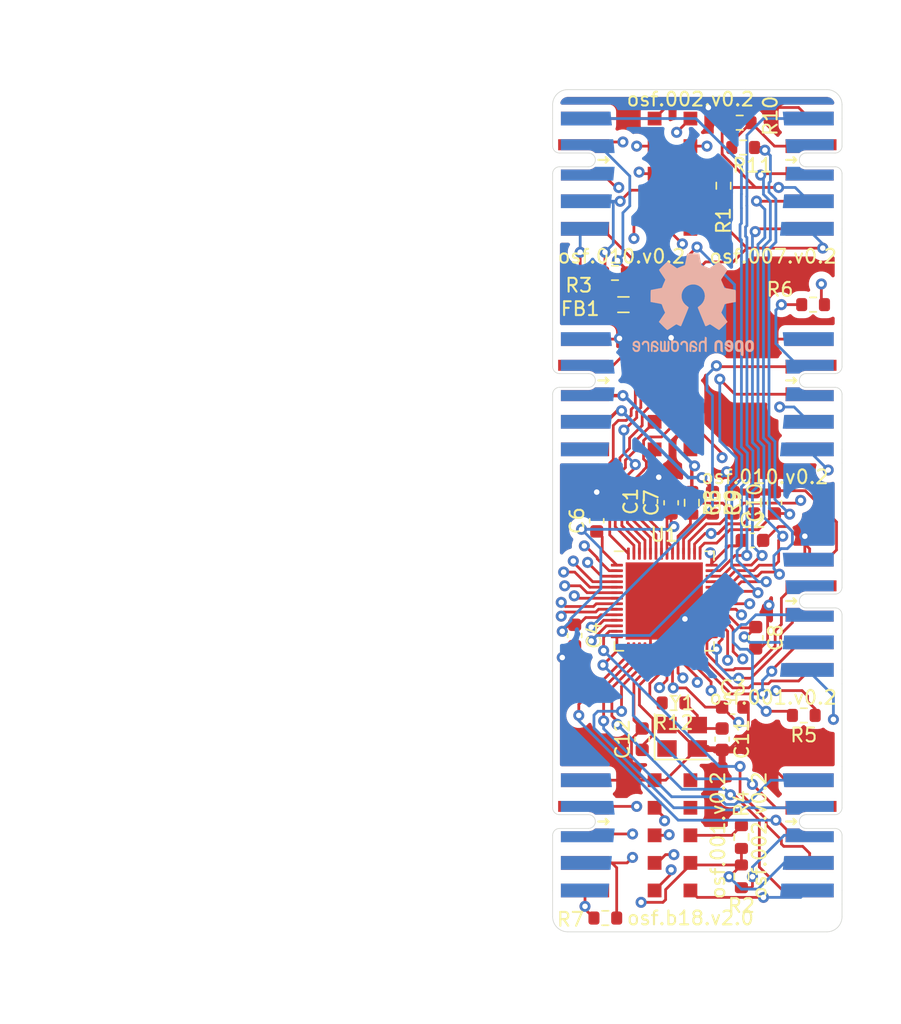
<source format=kicad_pcb>
(kicad_pcb (version 20171130) (host pcbnew 5.1.5+dfsg1-2build2)
  (layers (0 F.Cu signal) (1 In1.Cu signal) (2 In2.Cu signal) (31 B.Cu signal) (34 B.Paste user) (35 F.Paste user) (36 B.SilkS user) (37 F.SilkS user) (38 B.Mask user) (39 F.Mask user) (44 Edge.Cuts user))
  (net 0 "")
  (net 1 GND)
  (net 2 +3V3)
  (net 3 /I2C0_SDA)
  (net 4 /I2C0_SCL)
  (net 5 /I2C1_SDA)
  (net 6 /I2C1_SCL)
  (net 7 /ADC0)
  (net 8 /ADC1)
  (net 9 /ADC2)
  (net 10 /ADC_VREF)
  (net 11 /SPI0_RX)
  (net 12 /SPI0_TX)
  (net 13 /SPI0_SCK)
  (net 14 /~SPI0_CS)
  (net 15 /UART0_RX)
  (net 16 /UART0_TX)
  (net 17 /SPI1_RX)
  (net 18 /SPI1_TX)
  (net 19 /SPI1_SCK)
  (net 20 /~SPI1_CS)
  (net 21 /UART1_RX)
  (net 22 /UART1_TX)
  (net 23 +5V)
  (net 24 "Net-(J1-Pad8)")
  (net 25 "Net-(J2-Pad8)")
  (net 26 "Net-(J4-Pad8)")
  (net 27 "Net-(J5-Pad8)")
  (net 28 "Net-(FB1-Pad2)")
  (net 29 "Net-(J8-Pad2)")
  (net 30 "Net-(J8-Pad3)")
  (net 31 "Net-(J8-Pad4)")
  (net 32 /DP)
  (net 33 /DM)
  (net 34 "Net-(J10-Pad2)")
  (net 35 "Net-(J10-Pad3)")
  (net 36 "Net-(J10-Pad7)")
  (net 37 "Net-(J10-Pad4)")
  (net 38 "Net-(J10-Pad6)")
  (net 39 "Net-(J10-Pad5)")
  (net 40 "Net-(J9-Pad3)")
  (net 41 "Net-(J9-Pad4)")
  (net 42 "Net-(C1-Pad1)")
  (net 43 "Net-(C10-Pad1)")
  (net 44 "Net-(C11-Pad1)")
  (net 45 "Net-(C12-Pad1)")
  (net 46 "Net-(R12-Pad2)")
  (net 47 /GPIO7)
  (net 48 /GPIO6)
  (net 49 /GPIO15)
  (net 50 /GPIO14)
  (net 51 /ADC3)
  (net 52 /GPIO17)
  (net 53 /GPIO16)
  (net 54 /GPIO23)
  (net 55 /GPIO22)
  (net 56 /GPIO25)
  (net 57 /GPIO24)
  (net 58 "Net-(J3-Pad7)")
  (net 59 "Net-(J6-Pad7)")
  (net 60 "Net-(J6-Pad6)")
  (net 61 "Net-(J6-Pad5)")
  (net 62 "Net-(J8-Pad8)")
  (net 63 "Net-(J8-Pad7)")
  (net 64 "Net-(J8-Pad10)")
  (net 65 "Net-(J8-Pad9)")
  (net 66 "Net-(J8-Pad6)")
  (net 67 "Net-(J9-Pad8)")
  (net 68 "Net-(J9-Pad7)")
  (net 69 "Net-(J9-Pad9)")
  (net 70 "Net-(J9-Pad6)")
  (module Symbol:OSHW-Logo2_9.8x8mm_SilkScreen (layer B.Cu) (at 144.2 84.5 180)
    (fp_text reference LOGO1 hide)
    (fp_text value Logo_Open_Hardware_Small hide)
  )
  (module Crystal:Crystal_SMD_Abracon_ABM8G-4Pin_3.2x2.5mm (layer F.Cu) (at 143.4 115.85)
    (fp_text reference Y1 (at 0 -2.45) (layer F.SilkS))
    (fp_text value 12MhZ)
    (pad 4 smd rect (at -1.1 -0.85) (size 1.4 1.2) (layers F.Cu F.Paste F.Mask) (net 1 GND))
    (pad 3 smd rect (at 1.1 -0.85) (size 1.4 1.2) (layers F.Cu F.Paste F.Mask) (net 44 "Net-(C11-Pad1)"))
    (pad 2 smd rect (at 1.1 0.85) (size 1.4 1.2) (layers F.Cu F.Paste F.Mask) (net 1 GND))
    (pad 1 smd rect (at -1.1 0.85) (size 1.4 1.2) (layers F.Cu F.Paste F.Mask) (net 45 "Net-(C12-Pad1)"))
  )
  (module Resistor_SMD:R_0603_1608Metric (layer F.Cu) (at 142.775 113.4 180)
    (fp_text reference R12 (at 0 -1.43) (layer F.SilkS))
    (fp_text value 1k)
    (pad 2 smd roundrect (at 0.825 0 180) (size 0.8 0.95) (layers F.Cu F.Paste F.Mask) (net 46 "Net-(R12-Pad2)"))
    (pad 1 smd roundrect (at -0.825 0 180) (size 0.8 0.95) (layers F.Cu F.Paste F.Mask) (net 44 "Net-(C11-Pad1)"))
  )
  (module Capacitor_SMD:C_0603_1608Metric (layer F.Cu) (at 140.5 116.025 90)
    (fp_text reference C12 (at 0 -1.43 90) (layer F.SilkS))
    (fp_text value 12pF)
    (pad 2 smd roundrect (at 0.775 0 90) (size 0.9 0.95) (layers F.Cu F.Paste F.Mask) (net 1 GND))
    (pad 1 smd roundrect (at -0.775 0 90) (size 0.9 0.95) (layers F.Cu F.Paste F.Mask) (net 45 "Net-(C12-Pad1)"))
  )
  (module Capacitor_SMD:C_0603_1608Metric (layer F.Cu) (at 146.3 116.025 270)
    (fp_text reference C11 (at 0 -1.43 90) (layer F.SilkS))
    (fp_text value 12pF)
    (pad 2 smd roundrect (at 0.775 0 270) (size 0.9 0.95) (layers F.Cu F.Paste F.Mask) (net 1 GND))
    (pad 1 smd roundrect (at -0.775 0 270) (size 0.9 0.95) (layers F.Cu F.Paste F.Mask) (net 44 "Net-(C11-Pad1)"))
  )
  (module Resistor_SMD:R_0603_1608Metric (layer F.Cu) (at 147.825 73.1)
    (fp_text reference R11 (at 0.675 1.3) (layer F.SilkS))
    (fp_text value 1R)
    (pad 2 smd roundrect (at 0.825 0) (size 0.8 0.95) (layers F.Cu F.Paste F.Mask) (net 43 "Net-(C10-Pad1)"))
    (pad 1 smd roundrect (at -0.825 0) (size 0.8 0.95) (layers F.Cu F.Paste F.Mask) (net 10 /ADC_VREF))
  )
  (module Resistor_SMD:R_0603_1608Metric (layer F.Cu) (at 147.575 71.3)
    (fp_text reference R10 (at 2.225 -0.5 90) (layer F.SilkS))
    (fp_text value 200R)
    (pad 2 smd roundrect (at 0.825 0) (size 0.8 0.95) (layers F.Cu F.Paste F.Mask) (net 10 /ADC_VREF))
    (pad 1 smd roundrect (at -0.825 0) (size 0.8 0.95) (layers F.Cu F.Paste F.Mask) (net 2 +3V3))
  )
  (module Capacitor_SMD:C_0603_1608Metric (layer F.Cu) (at 150.1 98.875 90)
    (fp_text reference C10 (at 0 -1.43 90) (layer F.SilkS))
    (fp_text value 2.2uF)
    (pad 2 smd roundrect (at 0.775 0 90) (size 0.9 0.95) (layers F.Cu F.Paste F.Mask) (net 1 GND))
    (pad 1 smd roundrect (at -0.775 0 90) (size 0.9 0.95) (layers F.Cu F.Paste F.Mask) (net 43 "Net-(C10-Pad1)"))
  )
  (module Capacitor_SMD:C_0603_1608Metric (layer F.Cu) (at 148.6 98.875 90)
    (fp_text reference C9 (at 0 -1.43 90) (layer F.SilkS))
    (fp_text value 2.2uF)
    (pad 2 smd roundrect (at 0.775 0 90) (size 0.9 0.95) (layers F.Cu F.Paste F.Mask) (net 1 GND))
    (pad 1 smd roundrect (at -0.775 0 90) (size 0.9 0.95) (layers F.Cu F.Paste F.Mask) (net 2 +3V3))
  )
  (module Capacitor_SMD:C_0603_1608Metric (layer F.Cu) (at 148.74 108.665 270)
    (fp_text reference C8 (at 0 -1.43 90) (layer F.SilkS))
    (fp_text value 100nF)
    (pad 2 smd roundrect (at 0.775 0 270) (size 0.9 0.95) (layers F.Cu F.Paste F.Mask) (net 1 GND))
    (pad 1 smd roundrect (at -0.775 0 270) (size 0.9 0.95) (layers F.Cu F.Paste F.Mask) (net 2 +3V3))
  )
  (module Capacitor_SMD:C_0603_1608Metric (layer F.Cu) (at 142.6 98.875 90)
    (fp_text reference C7 (at 0 -1.43 90) (layer F.SilkS))
    (fp_text value 100nF)
    (pad 2 smd roundrect (at 0.775 0 90) (size 0.9 0.95) (layers F.Cu F.Paste F.Mask) (net 1 GND))
    (pad 1 smd roundrect (at -0.775 0 90) (size 0.9 0.95) (layers F.Cu F.Paste F.Mask) (net 2 +3V3))
  )
  (module Capacitor_SMD:C_0603_1608Metric (layer F.Cu) (at 137.2 100.175 90)
    (fp_text reference C6 (at 0 -1.43 90) (layer F.SilkS))
    (fp_text value 100nF)
    (pad 2 smd roundrect (at 0.775 0 90) (size 0.9 0.95) (layers F.Cu F.Paste F.Mask) (net 1 GND))
    (pad 1 smd roundrect (at -0.775 0 90) (size 0.9 0.95) (layers F.Cu F.Paste F.Mask) (net 2 +3V3))
  )
  (module Capacitor_SMD:C_0603_1608Metric (layer F.Cu) (at 147.1 98.875 90)
    (fp_text reference C5 (at 0 -1.43 90) (layer F.SilkS))
    (fp_text value 2.2uF)
    (pad 2 smd roundrect (at 0.775 0 90) (size 0.9 0.95) (layers F.Cu F.Paste F.Mask) (net 1 GND))
    (pad 1 smd roundrect (at -0.775 0 90) (size 0.9 0.95) (layers F.Cu F.Paste F.Mask) (net 42 "Net-(C1-Pad1)"))
  )
  (module Capacitor_SMD:C_0603_1608Metric (layer F.Cu) (at 135.6 108.5 270)
    (fp_text reference C4 (at 0 -1.43 90) (layer F.SilkS))
    (fp_text value 100nF)
    (pad 2 smd roundrect (at 0.775 0 270) (size 0.9 0.95) (layers F.Cu F.Paste F.Mask) (net 1 GND))
    (pad 1 smd roundrect (at -0.775 0 270) (size 0.9 0.95) (layers F.Cu F.Paste F.Mask) (net 2 +3V3))
  )
  (module Capacitor_SMD:C_0603_1608Metric (layer F.Cu) (at 147.075 113.7)
    (fp_text reference C3 (at 0 -1.43) (layer F.SilkS))
    (fp_text value 100nF)
    (pad 2 smd roundrect (at 0.775 0) (size 0.9 0.95) (layers F.Cu F.Paste F.Mask) (net 1 GND))
    (pad 1 smd roundrect (at -0.775 0) (size 0.9 0.95) (layers F.Cu F.Paste F.Mask) (net 42 "Net-(C1-Pad1)"))
  )
  (module Capacitor_SMD:C_0603_1608Metric (layer F.Cu) (at 148.5 101.6)
    (fp_text reference C2 (at 0 -1.43) (layer F.SilkS))
    (fp_text value 100nF)
    (pad 2 smd roundrect (at 0.775 0) (size 0.9 0.95) (layers F.Cu F.Paste F.Mask) (net 1 GND))
    (pad 1 smd roundrect (at -0.775 0) (size 0.9 0.95) (layers F.Cu F.Paste F.Mask) (net 2 +3V3))
  )
  (module Capacitor_SMD:C_0603_1608Metric (layer F.Cu) (at 141.1 98.775 90)
    (fp_text reference C1 (at 0 -1.43 90) (layer F.SilkS))
    (fp_text value 100nF)
    (pad 2 smd roundrect (at 0.775 0 90) (size 0.9 0.95) (layers F.Cu F.Paste F.Mask) (net 1 GND))
    (pad 1 smd roundrect (at -0.775 0 90) (size 0.9 0.95) (layers F.Cu F.Paste F.Mask) (net 42 "Net-(C1-Pad1)"))
  )
  (module Resistor_SMD:R_0603_1608Metric (layer F.Cu) (at 145.6 98.875 270)
    (fp_text reference R9 (at 0 -1.43 90) (layer F.SilkS))
    (fp_text value 27R)
    (pad 2 smd roundrect (at 0.825 0 270) (size 0.8 0.95) (layers F.Cu F.Paste F.Mask) (net 33 /DM))
    (pad 1 smd roundrect (at -0.825 0 270) (size 0.8 0.95) (layers F.Cu F.Paste F.Mask) (net 41 "Net-(J9-Pad4)"))
  )
  (module Resistor_SMD:R_0603_1608Metric (layer F.Cu) (at 144.1 98.875 270)
    (fp_text reference R8 (at 0 -1.43 90) (layer F.SilkS))
    (fp_text value 27R)
    (pad 2 smd roundrect (at 0.825 0 270) (size 0.8 0.95) (layers F.Cu F.Paste F.Mask) (net 32 /DP))
    (pad 1 smd roundrect (at -0.825 0 270) (size 0.8 0.95) (layers F.Cu F.Paste F.Mask) (net 40 "Net-(J9-Pad3)"))
  )
  (module on_edge:on_edge_2x05_up_host (layer F.Cu) (at 145 91 270)
    (fp_text reference J10)
    (fp_text value 018_QSPI)
    (pad 2 smd rect (at -2 3.6 270) (size 1 1) (layers F.Cu F.Mask) (net 34 "Net-(J10-Pad2)"))
    (pad 3 smd rect (at 0 3.6 270) (size 1 1) (layers F.Cu F.Mask) (net 35 "Net-(J10-Pad3)"))
    (pad 8 smd rect (at 0 1 90) (size 1 1) (layers F.Cu F.Mask))
    (pad 7 smd rect (at -2 1 90) (size 1 1) (layers F.Cu F.Mask) (net 36 "Net-(J10-Pad7)"))
    (pad 4 smd rect (at 2 3.6 270) (size 1 1) (layers F.Cu F.Mask) (net 37 "Net-(J10-Pad4)"))
    (pad 10 smd rect (at 4 1 90) (size 1 1) (layers F.Cu F.Mask))
    (pad 9 smd rect (at 2 1 90) (size 1 1) (layers F.Cu F.Mask) (net 2 +3V3))
    (pad 6 smd rect (at -4 1 90) (size 1 1) (layers F.Cu F.Mask) (net 38 "Net-(J10-Pad6)"))
    (pad 5 smd rect (at 4 3.6 270) (size 1 1) (layers F.Cu F.Mask) (net 39 "Net-(J10-Pad5)"))
    (pad 1 smd rect (at -4 3.6 270) (size 1 1) (layers F.Cu F.Mask) (net 1 GND))
  )
  (module on_edge:on_edge_2x05_device (layer F.Cu) (at 134 91 270)
    (fp_text reference J9)
    (fp_text value 008_USB)
    (fp_line (start 0 0) (end 4 0) (layer Edge.Cuts) (width 0.05))
    (fp_line (start -4 0) (end -2 0) (layer Edge.Cuts) (width 0.05))
    (fp_line (start -0.5 -0.5) (end -0.5 -2.6) (layer Edge.Cuts) (width 0.05))
    (fp_line (start -1.5 -2.6) (end -1.5 -0.5) (layer Edge.Cuts) (width 0.05))
    (fp_arc (start -2 -0.5) (end -2 0) (angle -90) (layer Edge.Cuts) (width 0.05))
    (fp_arc (start 0 -0.5) (end -0.5 -0.5) (angle -90) (layer Edge.Cuts) (width 0.05))
    (fp_arc (start -1 -2.6) (end -0.5 -2.6) (angle -180) (layer Edge.Cuts) (width 0.05))
    (pad 2 smd custom (at -2 -3.6 270) (size 1 1) (layers F.Cu F.Mask) (net 28 "Net-(FB1-Pad2)") (options (clearance outline) (anchor rect)) (primitives (gr_poly (pts (xy 0.3 1) (xy 0.31 0.89) (xy 0.33 0.81) (xy 0.35 0.75) (xy 0.37 0.7) (xy 0.4 0.65) (xy 0.44 0.59) (xy 0.48 0.54) (xy 0.5 0.52) (xy 0.5 -0.5) (xy -0.5 -0.5) (xy -0.5 3.2) (xy 0.3 3.2)) (width 0))))
    (pad 3 smd custom (at 0 -3.6 270) (size 1 1) (layers F.Cu F.Mask) (net 40 "Net-(J9-Pad3)") (options (clearance outline) (anchor rect)) (primitives (gr_poly (pts (xy -0.3 1) (xy -0.31 0.89) (xy -0.33 0.81) (xy -0.35 0.75) (xy -0.37 0.7) (xy -0.4 0.65) (xy -0.44 0.59) (xy -0.48 0.54) (xy -0.5 0.52) (xy -0.5 -0.5) (xy 0.5 -0.5) (xy 0.5 3) (xy -0.3 3)) (width 0))))
    (pad 8 smd custom (at 0 -2.1 270) (size 0.4 0.4) (layers B.Cu B.Mask) (net 67 "Net-(J9-Pad8)") (options (clearance outline) (anchor rect)) (primitives (gr_poly (pts (xy -0.3 -0.51) (xy -0.31 -0.62) (xy -0.33 -0.7) (xy -0.35 -0.76) (xy -0.37 -0.81) (xy -0.4 -0.86) (xy -0.44 -0.92) (xy -0.48 -0.97) (xy -0.5 -0.99) (xy -0.5 -2.4) (xy 0.5 -2.3) (xy 0.5 1.5) (xy -0.3 1.5)) (width 0))))
    (pad 7 smd custom (at -2 -2.1 270) (size 0.4 0.4) (layers B.Cu B.Mask) (net 68 "Net-(J9-Pad7)") (options (clearance outline) (anchor rect)) (primitives (gr_poly (pts (xy 0.3 -0.51) (xy 0.31 -0.62) (xy 0.33 -0.7) (xy 0.35 -0.76) (xy 0.37 -0.81) (xy 0.4 -0.86) (xy 0.44 -0.92) (xy 0.48 -0.97) (xy 0.5 -0.99) (xy 0.5 -2.4) (xy -0.5 -2.3) (xy -0.5 1.5) (xy 0.3 1.5)) (width 0))))
    (pad 10 smd custom (at 4 -2.3 270) (size 1 3.4) (layers B.Cu B.Mask) (options (clearance outline) (anchor rect)) (primitives (gr_poly (pts (xy -0.5 -1.7) (xy -0.5 -1.8) (xy 0.5 -1.7)) (width 0))))
    (pad 9 smd custom (at 2 -2.4 270) (size 1 3.6) (layers B.Cu B.Mask) (net 69 "Net-(J9-Pad9)") (options (clearance outline) (anchor rect)) (primitives (gr_poly (pts (xy -0.5 -1.8) (xy -0.5 -1.9) (xy 0.5 -1.8)) (width 0))))
    (pad 6 smd custom (at -4 -2.4 270) (size 1 3.6) (layers B.Cu B.Mask) (net 70 "Net-(J9-Pad6)") (options (clearance outline) (anchor rect)) (primitives (gr_poly (pts (xy 0.5 -1.8) (xy 0.5 -1.9) (xy -0.5 -1.8)) (width 0))))
    (pad 5 smd rect (at 4 -2.35 90) (size 1 3.5) (layers F.Cu F.Mask))
    (pad 1 smd rect (at -4 -2.35 90) (size 1 3.5) (layers F.Cu F.Mask) (net 1 GND))
    (pad 4 smd rect (at 2 -2.35 90) (size 1 3.5) (layers F.Cu F.Mask) (net 41 "Net-(J9-Pad4)"))
  )
  (module Package_DFN_QFN:QFN-56-1EP_7x7mm_P0.4mm_EP5.6x5.6mm (layer F.Cu) (at 142.1 106)
    (fp_text reference U1 (at 0 -4.82) (layer F.SilkS))
    (fp_text value RP2040)
    (pad 57 smd rect (at 0 0) (size 5.6 5.6) (layers F.Cu F.Mask) (net 1 GND))
    (pad 56 smd roundrect (at -2.6 -3.4375) (size 0.2 0.875) (layers F.Cu F.Paste F.Mask) (net 38 "Net-(J10-Pad6)"))
    (pad 55 smd roundrect (at -2.2 -3.4375) (size 0.2 0.875) (layers F.Cu F.Paste F.Mask) (net 35 "Net-(J10-Pad3)"))
    (pad 54 smd roundrect (at -1.8 -3.4375) (size 0.2 0.875) (layers F.Cu F.Paste F.Mask) (net 37 "Net-(J10-Pad4)"))
    (pad 53 smd roundrect (at -1.4 -3.4375) (size 0.2 0.875) (layers F.Cu F.Paste F.Mask) (net 34 "Net-(J10-Pad2)"))
    (pad 52 smd roundrect (at -1 -3.4375) (size 0.2 0.875) (layers F.Cu F.Paste F.Mask) (net 36 "Net-(J10-Pad7)"))
    (pad 51 smd roundrect (at -0.6 -3.4375) (size 0.2 0.875) (layers F.Cu F.Paste F.Mask) (net 39 "Net-(J10-Pad5)"))
    (pad 50 smd roundrect (at -0.2 -3.4375) (size 0.2 0.875) (layers F.Cu F.Paste F.Mask) (net 42 "Net-(C1-Pad1)"))
    (pad 49 smd roundrect (at 0.2 -3.4375) (size 0.2 0.875) (layers F.Cu F.Paste F.Mask) (net 2 +3V3))
    (pad 48 smd roundrect (at 0.6 -3.4375) (size 0.2 0.875) (layers F.Cu F.Paste F.Mask) (net 2 +3V3))
    (pad 47 smd roundrect (at 1 -3.4375) (size 0.2 0.875) (layers F.Cu F.Paste F.Mask) (net 32 /DP))
    (pad 46 smd roundrect (at 1.4 -3.4375) (size 0.2 0.875) (layers F.Cu F.Paste F.Mask) (net 33 /DM))
    (pad 45 smd roundrect (at 1.8 -3.4375) (size 0.2 0.875) (layers F.Cu F.Paste F.Mask) (net 42 "Net-(C1-Pad1)"))
    (pad 44 smd roundrect (at 2.2 -3.4375) (size 0.2 0.875) (layers F.Cu F.Paste F.Mask) (net 2 +3V3))
    (pad 43 smd roundrect (at 2.6 -3.4375) (size 0.2 0.875) (layers F.Cu F.Paste F.Mask) (net 43 "Net-(C10-Pad1)"))
    (pad 42 smd roundrect (at 3.4375 -2.6) (size 0.875 0.2) (layers F.Cu F.Paste F.Mask) (net 2 +3V3))
    (pad 41 smd roundrect (at 3.4375 -2.2) (size 0.875 0.2) (layers F.Cu F.Paste F.Mask) (net 51 /ADC3))
    (pad 40 smd roundrect (at 3.4375 -1.8) (size 0.875 0.2) (layers F.Cu F.Paste F.Mask) (net 9 /ADC2))
    (pad 39 smd roundrect (at 3.4375 -1.4) (size 0.875 0.2) (layers F.Cu F.Paste F.Mask) (net 8 /ADC1))
    (pad 38 smd roundrect (at 3.4375 -1) (size 0.875 0.2) (layers F.Cu F.Paste F.Mask) (net 7 /ADC0))
    (pad 37 smd roundrect (at 3.4375 -0.6) (size 0.875 0.2) (layers F.Cu F.Paste F.Mask) (net 56 /GPIO25))
    (pad 36 smd roundrect (at 3.4375 -0.2) (size 0.875 0.2) (layers F.Cu F.Paste F.Mask) (net 57 /GPIO24))
    (pad 35 smd roundrect (at 3.4375 0.2) (size 0.875 0.2) (layers F.Cu F.Paste F.Mask) (net 54 /GPIO23))
    (pad 34 smd roundrect (at 3.4375 0.6) (size 0.875 0.2) (layers F.Cu F.Paste F.Mask) (net 55 /GPIO22))
    (pad 33 smd roundrect (at 3.4375 1) (size 0.875 0.2) (layers F.Cu F.Paste F.Mask) (net 2 +3V3))
    (pad 32 smd roundrect (at 3.4375 1.4) (size 0.875 0.2) (layers F.Cu F.Paste F.Mask) (net 4 /I2C0_SCL))
    (pad 31 smd roundrect (at 3.4375 1.8) (size 0.875 0.2) (layers F.Cu F.Paste F.Mask) (net 3 /I2C0_SDA))
    (pad 30 smd roundrect (at 3.4375 2.2) (size 0.875 0.2) (layers F.Cu F.Paste F.Mask) (net 6 /I2C1_SCL))
    (pad 29 smd roundrect (at 3.4375 2.6) (size 0.875 0.2) (layers F.Cu F.Paste F.Mask) (net 5 /I2C1_SDA))
    (pad 28 smd roundrect (at 2.6 3.4375) (size 0.2 0.875) (layers F.Cu F.Paste F.Mask) (net 52 /GPIO17))
    (pad 27 smd roundrect (at 2.2 3.4375) (size 0.2 0.875) (layers F.Cu F.Paste F.Mask) (net 53 /GPIO16))
    (pad 26 smd roundrect (at 1.8 3.4375) (size 0.2 0.875) (layers F.Cu F.Paste F.Mask) (net 31 "Net-(J8-Pad4)"))
    (pad 25 smd roundrect (at 1.4 3.4375) (size 0.2 0.875) (layers F.Cu F.Paste F.Mask) (net 29 "Net-(J8-Pad2)"))
    (pad 24 smd roundrect (at 1 3.4375) (size 0.2 0.875) (layers F.Cu F.Paste F.Mask) (net 30 "Net-(J8-Pad3)"))
    (pad 23 smd roundrect (at 0.6 3.4375) (size 0.2 0.875) (layers F.Cu F.Paste F.Mask) (net 42 "Net-(C1-Pad1)"))
    (pad 22 smd roundrect (at 0.2 3.4375) (size 0.2 0.875) (layers F.Cu F.Paste F.Mask) (net 2 +3V3))
    (pad 21 smd roundrect (at -0.2 3.4375) (size 0.2 0.875) (layers F.Cu F.Paste F.Mask) (net 46 "Net-(R12-Pad2)"))
    (pad 20 smd roundrect (at -0.6 3.4375) (size 0.2 0.875) (layers F.Cu F.Paste F.Mask) (net 45 "Net-(C12-Pad1)"))
    (pad 19 smd roundrect (at -1 3.4375) (size 0.2 0.875) (layers F.Cu F.Paste F.Mask) (net 1 GND))
    (pad 18 smd roundrect (at -1.4 3.4375) (size 0.2 0.875) (layers F.Cu F.Paste F.Mask) (net 49 /GPIO15))
    (pad 17 smd roundrect (at -1.8 3.4375) (size 0.2 0.875) (layers F.Cu F.Paste F.Mask) (net 50 /GPIO14))
    (pad 16 smd roundrect (at -2.2 3.4375) (size 0.2 0.875) (layers F.Cu F.Paste F.Mask) (net 20 /~SPI1_CS))
    (pad 15 smd roundrect (at -2.6 3.4375) (size 0.2 0.875) (layers F.Cu F.Paste F.Mask) (net 17 /SPI1_RX))
    (pad 14 smd roundrect (at -3.4375 2.6) (size 0.875 0.2) (layers F.Cu F.Paste F.Mask) (net 18 /SPI1_TX))
    (pad 13 smd roundrect (at -3.4375 2.2) (size 0.875 0.2) (layers F.Cu F.Paste F.Mask) (net 19 /SPI1_SCK))
    (pad 12 smd roundrect (at -3.4375 1.8) (size 0.875 0.2) (layers F.Cu F.Paste F.Mask) (net 21 /UART1_RX))
    (pad 11 smd roundrect (at -3.4375 1.4) (size 0.875 0.2) (layers F.Cu F.Paste F.Mask) (net 22 /UART1_TX))
    (pad 10 smd roundrect (at -3.4375 1) (size 0.875 0.2) (layers F.Cu F.Paste F.Mask) (net 2 +3V3))
    (pad 9 smd roundrect (at -3.4375 0.6) (size 0.875 0.2) (layers F.Cu F.Paste F.Mask) (net 47 /GPIO7))
    (pad 8 smd roundrect (at -3.4375 0.2) (size 0.875 0.2) (layers F.Cu F.Paste F.Mask) (net 48 /GPIO6))
    (pad 7 smd roundrect (at -3.4375 -0.2) (size 0.875 0.2) (layers F.Cu F.Paste F.Mask) (net 14 /~SPI0_CS))
    (pad 6 smd roundrect (at -3.4375 -0.6) (size 0.875 0.2) (layers F.Cu F.Paste F.Mask) (net 11 /SPI0_RX))
    (pad 5 smd roundrect (at -3.4375 -1) (size 0.875 0.2) (layers F.Cu F.Paste F.Mask) (net 12 /SPI0_TX))
    (pad 4 smd roundrect (at -3.4375 -1.4) (size 0.875 0.2) (layers F.Cu F.Paste F.Mask) (net 13 /SPI0_SCK))
    (pad 3 smd roundrect (at -3.4375 -1.8) (size 0.875 0.2) (layers F.Cu F.Paste F.Mask) (net 15 /UART0_RX))
    (pad 2 smd roundrect (at -3.4375 -2.2) (size 0.875 0.2) (layers F.Cu F.Paste F.Mask) (net 16 /UART0_TX))
    (pad 1 smd roundrect (at -3.4375 -2.6) (size 0.875 0.2) (layers F.Cu F.Paste F.Mask) (net 2 +3V3))
  )
  (module Resistor_SMD:R_0603_1608Metric (layer F.Cu) (at 137.825 129)
    (fp_text reference R7 (at -2.525 0.1) (layer F.SilkS))
    (fp_text value 10k)
    (pad 2 smd roundrect (at 0.825 0) (size 0.8 0.95) (layers F.Cu F.Paste F.Mask) (net 31 "Net-(J8-Pad4)"))
    (pad 1 smd roundrect (at -0.825 0) (size 0.8 0.95) (layers F.Cu F.Paste F.Mask) (net 2 +3V3))
  )
  (module Resistor_SMD:R_0603_1608Metric (layer F.Cu) (at 146.4 75.875 90)
    (fp_text reference R1 (at -2.525 0 90) (layer F.SilkS))
    (fp_text value 10k)
    (pad 2 smd roundrect (at 0.825 0 90) (size 0.8 0.95) (layers F.Cu F.Paste F.Mask) (net 24 "Net-(J1-Pad8)"))
    (pad 1 smd roundrect (at -0.825 0 90) (size 0.8 0.95) (layers F.Cu F.Paste F.Mask) (net 2 +3V3))
  )
  (module Resistor_SMD:R_0603_1608Metric (layer F.Cu) (at 147.7 125.975 270)
    (fp_text reference R2 (at 2.125 0 180) (layer F.SilkS))
    (fp_text value 10k)
    (pad 2 smd roundrect (at 0.825 0 270) (size 0.8 0.95) (layers F.Cu F.Paste F.Mask) (net 26 "Net-(J4-Pad8)"))
    (pad 1 smd roundrect (at -0.825 0 270) (size 0.8 0.95) (layers F.Cu F.Paste F.Mask) (net 2 +3V3))
  )
  (module on_edge:on_edge_2x05_device (layer F.Cu) (at 134 75 270)
    (fp_text reference J3)
    (fp_text value UART_2x2)
    (fp_line (start -1.5 -2.6) (end -1.5 -0.5) (layer Edge.Cuts) (width 0.05))
    (fp_line (start -0.5 -0.5) (end -0.5 -2.6) (layer Edge.Cuts) (width 0.05))
    (fp_line (start -4 0) (end -2 0) (layer Edge.Cuts) (width 0.05))
    (fp_line (start 0 0) (end 4 0) (layer Edge.Cuts) (width 0.05))
    (fp_arc (start -2 -0.5) (end -2 0) (angle -90) (layer Edge.Cuts) (width 0.05))
    (fp_arc (start 0 -0.5) (end -0.5 -0.5) (angle -90) (layer Edge.Cuts) (width 0.05))
    (fp_arc (start -1 -2.6) (end -0.5 -2.6) (angle -180) (layer Edge.Cuts) (width 0.05))
    (pad 2 smd custom (at -2 -3.6 270) (size 1 1) (layers F.Cu F.Mask) (net 15 /UART0_RX) (options (clearance outline) (anchor rect)) (primitives (gr_poly (pts (xy 0.3 1) (xy 0.31 0.89) (xy 0.33 0.81) (xy 0.35 0.75) (xy 0.37 0.7) (xy 0.4 0.65) (xy 0.44 0.59) (xy 0.48 0.54) (xy 0.5 0.52) (xy 0.5 -0.5) (xy -0.5 -0.5) (xy -0.5 3.2) (xy 0.3 3.2)) (width 0))))
    (pad 3 smd custom (at 0 -3.6 270) (size 1 1) (layers F.Cu F.Mask) (net 16 /UART0_TX) (options (clearance outline) (anchor rect)) (primitives (gr_poly (pts (xy -0.3 1) (xy -0.31 0.89) (xy -0.33 0.81) (xy -0.35 0.75) (xy -0.37 0.7) (xy -0.4 0.65) (xy -0.44 0.59) (xy -0.48 0.54) (xy -0.5 0.52) (xy -0.5 -0.5) (xy 0.5 -0.5) (xy 0.5 3) (xy -0.3 3)) (width 0))))
    (pad 8 smd custom (at 0 -2.1 270) (size 0.4 0.4) (layers B.Cu B.Mask) (options (clearance outline) (anchor rect)) (primitives (gr_poly (pts (xy -0.3 -0.51) (xy -0.31 -0.62) (xy -0.33 -0.7) (xy -0.35 -0.76) (xy -0.37 -0.81) (xy -0.4 -0.86) (xy -0.44 -0.92) (xy -0.48 -0.97) (xy -0.5 -0.99) (xy -0.5 -2.4) (xy 0.5 -2.3) (xy 0.5 1.5) (xy -0.3 1.5)) (width 0))))
    (pad 7 smd custom (at -2 -2.1 270) (size 0.4 0.4) (layers B.Cu B.Mask) (net 58 "Net-(J3-Pad7)") (options (clearance outline) (anchor rect)) (primitives (gr_poly (pts (xy 0.3 -0.51) (xy 0.31 -0.62) (xy 0.33 -0.7) (xy 0.35 -0.76) (xy 0.37 -0.81) (xy 0.4 -0.86) (xy 0.44 -0.92) (xy 0.48 -0.97) (xy 0.5 -0.99) (xy 0.5 -2.4) (xy -0.5 -2.3) (xy -0.5 1.5) (xy 0.3 1.5)) (width 0))))
    (pad 10 smd custom (at 4 -2.3 270) (size 1 3.4) (layers B.Cu B.Mask) (net 23 +5V) (options (clearance outline) (anchor rect)) (primitives (gr_poly (pts (xy -0.5 -1.7) (xy -0.5 -1.8) (xy 0.5 -1.7)) (width 0))))
    (pad 9 smd custom (at 2 -2.4 270) (size 1 3.6) (layers B.Cu B.Mask) (net 2 +3V3) (options (clearance outline) (anchor rect)) (primitives (gr_poly (pts (xy -0.5 -1.8) (xy -0.5 -1.9) (xy 0.5 -1.8)) (width 0))))
    (pad 6 smd custom (at -4 -2.4 270) (size 1 3.6) (layers B.Cu B.Mask) (net 56 /GPIO25) (options (clearance outline) (anchor rect)) (primitives (gr_poly (pts (xy 0.5 -1.8) (xy 0.5 -1.9) (xy -0.5 -1.8)) (width 0))))
    (pad 5 smd rect (at 4 -2.35 90) (size 1 3.5) (layers F.Cu F.Mask) (net 57 /GPIO24))
    (pad 1 smd rect (at -4 -2.35 90) (size 1 3.5) (layers F.Cu F.Mask) (net 1 GND))
    (pad 4 smd rect (at 2 -2.35 90) (size 1 3.5) (layers F.Cu F.Mask))
  )
  (module on_edge:on_edge_2x05_up_host (layer F.Cu) (at 145 123 270)
    (fp_text reference J2)
    (fp_text value I2C_2x2)
    (pad 2 smd rect (at -2 3.6 270) (size 1 1) (layers F.Cu F.Mask) (net 3 /I2C0_SDA))
    (pad 3 smd rect (at 0 3.6 270) (size 1 1) (layers F.Cu F.Mask) (net 4 /I2C0_SCL))
    (pad 8 smd rect (at 0 1 90) (size 1 1) (layers F.Cu F.Mask) (net 25 "Net-(J2-Pad8)"))
    (pad 7 smd rect (at -2 1 90) (size 1 1) (layers F.Cu F.Mask))
    (pad 4 smd rect (at 2 3.6 270) (size 1 1) (layers F.Cu F.Mask) (net 54 /GPIO23))
    (pad 10 smd rect (at 4 1 90) (size 1 1) (layers F.Cu F.Mask) (net 23 +5V))
    (pad 9 smd rect (at 2 1 90) (size 1 1) (layers F.Cu F.Mask) (net 2 +3V3))
    (pad 6 smd rect (at -4 1 90) (size 1 1) (layers F.Cu F.Mask))
    (pad 5 smd rect (at 4 3.6 270) (size 1 1) (layers F.Cu F.Mask) (net 55 /GPIO22))
    (pad 1 smd rect (at -4 3.6 270) (size 1 1) (layers F.Cu F.Mask) (net 1 GND))
  )
  (module Inductor_SMD:L_0805_2012Metric (layer F.Cu) (at 139.1375 84.5 180)
    (fp_text reference FB1 (at 3.1375 -0.3) (layer F.SilkS))
    (fp_text value Ferrite_Bead_Small)
    (pad 2 smd roundrect (at 1.0625 0 180) (size 0.875 1.2) (layers F.Cu F.Paste F.Mask) (net 28 "Net-(FB1-Pad2)"))
    (pad 1 smd roundrect (at -1.0625 0 180) (size 0.875 1.2) (layers F.Cu F.Paste F.Mask) (net 23 +5V))
  )
  (module on_edge:on_edge_2x05_device (layer F.Cu) (at 134 123 270)
    (fp_text reference J8)
    (fp_text value DebugEdge_02x05)
    (fp_line (start -1.5 -2.6) (end -1.5 -0.5) (layer Edge.Cuts) (width 0.05))
    (fp_line (start -0.5 -0.5) (end -0.5 -2.6) (layer Edge.Cuts) (width 0.05))
    (fp_line (start -4 0) (end -2 0) (layer Edge.Cuts) (width 0.05))
    (fp_line (start 0 0) (end 4 0) (layer Edge.Cuts) (width 0.05))
    (fp_arc (start -2 -0.5) (end -2 0) (angle -90) (layer Edge.Cuts) (width 0.05))
    (fp_arc (start 0 -0.5) (end -0.5 -0.5) (angle -90) (layer Edge.Cuts) (width 0.05))
    (fp_arc (start -1 -2.6) (end -0.5 -2.6) (angle -180) (layer Edge.Cuts) (width 0.05))
    (pad 2 smd custom (at -2 -3.6 270) (size 1 1) (layers F.Cu F.Mask) (net 29 "Net-(J8-Pad2)") (options (clearance outline) (anchor rect)) (primitives (gr_poly (pts (xy 0.3 1) (xy 0.31 0.89) (xy 0.33 0.81) (xy 0.35 0.75) (xy 0.37 0.7) (xy 0.4 0.65) (xy 0.44 0.59) (xy 0.48 0.54) (xy 0.5 0.52) (xy 0.5 -0.5) (xy -0.5 -0.5) (xy -0.5 3.2) (xy 0.3 3.2)) (width 0))))
    (pad 3 smd custom (at 0 -3.6 270) (size 1 1) (layers F.Cu F.Mask) (net 30 "Net-(J8-Pad3)") (options (clearance outline) (anchor rect)) (primitives (gr_poly (pts (xy -0.3 1) (xy -0.31 0.89) (xy -0.33 0.81) (xy -0.35 0.75) (xy -0.37 0.7) (xy -0.4 0.65) (xy -0.44 0.59) (xy -0.48 0.54) (xy -0.5 0.52) (xy -0.5 -0.5) (xy 0.5 -0.5) (xy 0.5 3) (xy -0.3 3)) (width 0))))
    (pad 8 smd custom (at 0 -2.1 270) (size 0.4 0.4) (layers B.Cu B.Mask) (net 62 "Net-(J8-Pad8)") (options (clearance outline) (anchor rect)) (primitives (gr_poly (pts (xy -0.3 -0.51) (xy -0.31 -0.62) (xy -0.33 -0.7) (xy -0.35 -0.76) (xy -0.37 -0.81) (xy -0.4 -0.86) (xy -0.44 -0.92) (xy -0.48 -0.97) (xy -0.5 -0.99) (xy -0.5 -2.4) (xy 0.5 -2.3) (xy 0.5 1.5) (xy -0.3 1.5)) (width 0))))
    (pad 7 smd custom (at -2 -2.1 270) (size 0.4 0.4) (layers B.Cu B.Mask) (net 63 "Net-(J8-Pad7)") (options (clearance outline) (anchor rect)) (primitives (gr_poly (pts (xy 0.3 -0.51) (xy 0.31 -0.62) (xy 0.33 -0.7) (xy 0.35 -0.76) (xy 0.37 -0.81) (xy 0.4 -0.86) (xy 0.44 -0.92) (xy 0.48 -0.97) (xy 0.5 -0.99) (xy 0.5 -2.4) (xy -0.5 -2.3) (xy -0.5 1.5) (xy 0.3 1.5)) (width 0))))
    (pad 10 smd custom (at 4 -2.3 270) (size 1 3.4) (layers B.Cu B.Mask) (net 64 "Net-(J8-Pad10)") (options (clearance outline) (anchor rect)) (primitives (gr_poly (pts (xy -0.5 -1.7) (xy -0.5 -1.8) (xy 0.5 -1.7)) (width 0))))
    (pad 9 smd custom (at 2 -2.4 270) (size 1 3.6) (layers B.Cu B.Mask) (net 65 "Net-(J8-Pad9)") (options (clearance outline) (anchor rect)) (primitives (gr_poly (pts (xy -0.5 -1.8) (xy -0.5 -1.9) (xy 0.5 -1.8)) (width 0))))
    (pad 6 smd custom (at -4 -2.4 270) (size 1 3.6) (layers B.Cu B.Mask) (net 66 "Net-(J8-Pad6)") (options (clearance outline) (anchor rect)) (primitives (gr_poly (pts (xy 0.5 -1.8) (xy 0.5 -1.9) (xy -0.5 -1.8)) (width 0))))
    (pad 5 smd rect (at 4 -2.35 90) (size 1 3.5) (layers F.Cu F.Mask) (net 2 +3V3))
    (pad 1 smd rect (at -4 -2.35 90) (size 1 3.5) (layers F.Cu F.Mask) (net 1 GND))
    (pad 4 smd rect (at 2 -2.35 90) (size 1 3.5) (layers F.Cu F.Mask) (net 31 "Net-(J8-Pad4)"))
  )
  (module Resistor_SMD:R_0603_1608Metric (layer F.Cu) (at 138.525 82.2)
    (fp_text reference R3 (at -2.625 0.9) (layer F.SilkS))
    (fp_text value 10k)
    (pad 2 smd roundrect (at 0.825 0) (size 0.8 0.95) (layers F.Cu F.Paste F.Mask) (net 58 "Net-(J3-Pad7)"))
    (pad 1 smd roundrect (at -0.825 0) (size 0.8 0.95) (layers F.Cu F.Paste F.Mask) (net 2 +3V3))
  )
  (module Resistor_SMD:R_0603_1608Metric (layer F.Cu) (at 147.7 123.125 90)
    (fp_text reference R4 (at 2.425 0 90) (layer F.SilkS))
    (fp_text value 10k)
    (pad 2 smd roundrect (at 0.825 0 90) (size 0.8 0.95) (layers F.Cu F.Paste F.Mask) (net 25 "Net-(J2-Pad8)"))
    (pad 1 smd roundrect (at -0.825 0 90) (size 0.8 0.95) (layers F.Cu F.Paste F.Mask) (net 2 +3V3))
  )
  (module Resistor_SMD:R_0603_1608Metric (layer F.Cu) (at 152.225 114.3 180)
    (fp_text reference R5 (at 0 -1.43) (layer F.SilkS))
    (fp_text value 10k)
    (pad 2 smd roundrect (at 0.825 0 180) (size 0.8 0.95) (layers F.Cu F.Paste F.Mask) (net 27 "Net-(J5-Pad8)"))
    (pad 1 smd roundrect (at -0.825 0 180) (size 0.8 0.95) (layers F.Cu F.Paste F.Mask) (net 2 +3V3))
  )
  (module Resistor_SMD:R_0603_1608Metric (layer F.Cu) (at 152.9 84.5 180)
    (fp_text reference R6 (at 2.4 1.1) (layer F.SilkS))
    (fp_text value 10k)
    (pad 2 smd roundrect (at 0.825 0 180) (size 0.8 0.95) (layers F.Cu F.Paste F.Mask) (net 59 "Net-(J6-Pad7)"))
    (pad 1 smd roundrect (at -0.825 0 180) (size 0.8 0.95) (layers F.Cu F.Paste F.Mask) (net 2 +3V3))
  )
  (module on_edge:on_edge_2x05_up_host (layer F.Cu) (at 145 75 270)
    (fp_text reference J1)
    (fp_text value SPI_2x3)
    (pad 2 smd rect (at -2 3.6 270) (size 1 1) (layers F.Cu F.Mask) (net 12 /SPI0_TX))
    (pad 3 smd rect (at 0 3.6 270) (size 1 1) (layers F.Cu F.Mask) (net 11 /SPI0_RX))
    (pad 8 smd rect (at 0 1 90) (size 1 1) (layers F.Cu F.Mask) (net 24 "Net-(J1-Pad8)"))
    (pad 7 smd rect (at -2 1 90) (size 1 1) (layers F.Cu F.Mask) (net 47 /GPIO7))
    (pad 4 smd rect (at 2 3.6 270) (size 1 1) (layers F.Cu F.Mask) (net 13 /SPI0_SCK))
    (pad 10 smd rect (at 4 1 90) (size 1 1) (layers F.Cu F.Mask) (net 23 +5V))
    (pad 9 smd rect (at 2 1 90) (size 1 1) (layers F.Cu F.Mask) (net 2 +3V3))
    (pad 6 smd rect (at -4 1 90) (size 1 1) (layers F.Cu F.Mask) (net 14 /~SPI0_CS))
    (pad 5 smd rect (at 4 3.6 270) (size 1 1) (layers F.Cu F.Mask) (net 48 /GPIO6))
    (pad 1 smd rect (at -4 3.6 270) (size 1 1) (layers F.Cu F.Mask) (net 1 GND))
  )
  (module on_edge:on_edge_2x05_host (layer F.Cu) (at 155 123 270)
    (fp_text reference J4)
    (fp_text value SPI_2x3)
    (fp_line (start 0 0) (end 4 0) (layer Edge.Cuts) (width 0.05))
    (fp_line (start -4 0) (end -2 0) (layer Edge.Cuts) (width 0.05))
    (fp_line (start -0.5 2.6) (end -0.5 0.5) (layer Edge.Cuts) (width 0.05))
    (fp_line (start -1.5 0.5) (end -1.5 2.6) (layer Edge.Cuts) (width 0.05))
    (fp_arc (start 0 0.5) (end 0 0) (angle -90) (layer Edge.Cuts) (width 0.05))
    (fp_arc (start -2 0.5) (end -1.5 0.5) (angle -90) (layer Edge.Cuts) (width 0.05))
    (fp_arc (start -1 2.6) (end -1.5 2.6) (angle -180) (layer Edge.Cuts) (width 0.05))
    (pad 2 smd custom (at -2 3.6 270) (size 1 1) (layers F.Cu F.Mask) (net 18 /SPI1_TX) (options (clearance outline) (anchor rect)) (primitives (gr_poly (pts (xy 0.3 -0.99) (xy 0.31 -0.88) (xy 0.33 -0.8) (xy 0.35 -0.74) (xy 0.37 -0.69) (xy 0.4 -0.64) (xy 0.44 -0.58) (xy 0.48 -0.53) (xy 0.5 -0.51) (xy 0.5 0.5) (xy -0.5 0.5) (xy -0.5 -3.2) (xy 0.3 -3.2)) (width 0))))
    (pad 3 smd custom (at 0 3.6 270) (size 1 1) (layers F.Cu F.Mask) (net 17 /SPI1_RX) (options (clearance outline) (anchor rect)) (primitives (gr_poly (pts (xy -0.3 -0.99) (xy -0.31 -0.88) (xy -0.33 -0.8) (xy -0.35 -0.74) (xy -0.37 -0.69) (xy -0.4 -0.64) (xy -0.44 -0.58) (xy -0.48 -0.53) (xy -0.5 -0.51) (xy -0.5 0.5) (xy 0.5 0.5) (xy 0.5 -3) (xy -0.3 -3)) (width 0))))
    (pad 8 smd custom (at 0 2.1 90) (size 0.4 0.4) (layers B.Cu B.Mask) (net 26 "Net-(J4-Pad8)") (options (clearance outline) (anchor rect)) (primitives (gr_poly (pts (xy 0.3 -0.51) (xy 0.31 -0.62) (xy 0.33 -0.7) (xy 0.35 -0.76) (xy 0.37 -0.81) (xy 0.4 -0.86) (xy 0.44 -0.92) (xy 0.48 -0.97) (xy 0.5 -0.99) (xy 0.5 -1.9) (xy -0.5 -2) (xy -0.5 1.5) (xy 0.3 1.5)) (width 0))))
    (pad 7 smd custom (at -2 2.1 90) (size 0.4 0.4) (layers B.Cu B.Mask) (net 49 /GPIO15) (options (clearance outline) (anchor rect)) (primitives (gr_poly (pts (xy -0.3 -0.51) (xy -0.31 -0.62) (xy -0.33 -0.7) (xy -0.35 -0.76) (xy -0.37 -0.81) (xy -0.4 -0.86) (xy -0.44 -0.92) (xy -0.48 -0.97) (xy -0.5 -0.99) (xy -0.5 -1.9) (xy 0.5 -2) (xy 0.5 1.5) (xy -0.3 1.5)) (width 0))))
    (pad 4 smd rect (at 2 2.35 270) (size 1 3.5) (layers F.Cu F.Mask) (net 19 /SPI1_SCK))
    (pad 10 smd custom (at 4 2.5 90) (size 1 3.8) (layers B.Cu B.Mask) (net 23 +5V) (options (clearance outline) (anchor rect)) (primitives (gr_poly (pts (xy 0.5 -1.9) (xy -0.5 -2) (xy -0.5 -1.9)) (width 0))))
    (pad 9 smd custom (at 2 2.4 90) (size 1 3.6) (layers B.Cu B.Mask) (net 2 +3V3) (options (clearance outline) (anchor rect)) (primitives (gr_poly (pts (xy 0.5 -1.8) (xy -0.5 -1.9) (xy -0.5 -1.8)) (width 0))))
    (pad 6 smd custom (at -4 2.4 90) (size 1 3.6) (layers B.Cu B.Mask) (net 20 /~SPI1_CS) (options (clearance outline) (anchor rect)) (primitives (gr_poly (pts (xy 0.5 -1.8) (xy 0.5 -1.9) (xy -0.5 -1.8)) (width 0))))
    (pad 5 smd rect (at 4 2.35 270) (size 1 3.5) (layers F.Cu F.Mask) (net 50 /GPIO14))
    (pad 1 smd rect (at -4 2.35 270) (size 1 3.5) (layers F.Cu F.Mask) (net 1 GND))
  )
  (module on_edge:on_edge_2x05_host (layer F.Cu) (at 155 107 270)
    (fp_text reference J5)
    (fp_text value I2C_2x2)
    (fp_line (start 0 0) (end 4 0) (layer Edge.Cuts) (width 0.05))
    (fp_line (start -4 0) (end -2 0) (layer Edge.Cuts) (width 0.05))
    (fp_line (start -0.5 2.6) (end -0.5 0.5) (layer Edge.Cuts) (width 0.05))
    (fp_line (start -1.5 0.5) (end -1.5 2.6) (layer Edge.Cuts) (width 0.05))
    (fp_arc (start 0 0.5) (end 0 0) (angle -90) (layer Edge.Cuts) (width 0.05))
    (fp_arc (start -2 0.5) (end -1.5 0.5) (angle -90) (layer Edge.Cuts) (width 0.05))
    (fp_arc (start -1 2.6) (end -1.5 2.6) (angle -180) (layer Edge.Cuts) (width 0.05))
    (pad 2 smd custom (at -2 3.6 270) (size 1 1) (layers F.Cu F.Mask) (net 5 /I2C1_SDA) (options (clearance outline) (anchor rect)) (primitives (gr_poly (pts (xy 0.3 -0.99) (xy 0.31 -0.88) (xy 0.33 -0.8) (xy 0.35 -0.74) (xy 0.37 -0.69) (xy 0.4 -0.64) (xy 0.44 -0.58) (xy 0.48 -0.53) (xy 0.5 -0.51) (xy 0.5 0.5) (xy -0.5 0.5) (xy -0.5 -3.2) (xy 0.3 -3.2)) (width 0))))
    (pad 3 smd custom (at 0 3.6 270) (size 1 1) (layers F.Cu F.Mask) (net 6 /I2C1_SCL) (options (clearance outline) (anchor rect)) (primitives (gr_poly (pts (xy -0.3 -0.99) (xy -0.31 -0.88) (xy -0.33 -0.8) (xy -0.35 -0.74) (xy -0.37 -0.69) (xy -0.4 -0.64) (xy -0.44 -0.58) (xy -0.48 -0.53) (xy -0.5 -0.51) (xy -0.5 0.5) (xy 0.5 0.5) (xy 0.5 -3) (xy -0.3 -3)) (width 0))))
    (pad 8 smd custom (at 0 2.1 90) (size 0.4 0.4) (layers B.Cu B.Mask) (net 27 "Net-(J5-Pad8)") (options (clearance outline) (anchor rect)) (primitives (gr_poly (pts (xy 0.3 -0.51) (xy 0.31 -0.62) (xy 0.33 -0.7) (xy 0.35 -0.76) (xy 0.37 -0.81) (xy 0.4 -0.86) (xy 0.44 -0.92) (xy 0.48 -0.97) (xy 0.5 -0.99) (xy 0.5 -1.9) (xy -0.5 -2) (xy -0.5 1.5) (xy 0.3 1.5)) (width 0))))
    (pad 7 smd custom (at -2 2.1 90) (size 0.4 0.4) (layers B.Cu B.Mask) (options (clearance outline) (anchor rect)) (primitives (gr_poly (pts (xy -0.3 -0.51) (xy -0.31 -0.62) (xy -0.33 -0.7) (xy -0.35 -0.76) (xy -0.37 -0.81) (xy -0.4 -0.86) (xy -0.44 -0.92) (xy -0.48 -0.97) (xy -0.5 -0.99) (xy -0.5 -1.9) (xy 0.5 -2) (xy 0.5 1.5) (xy -0.3 1.5)) (width 0))))
    (pad 4 smd rect (at 2 2.35 270) (size 1 3.5) (layers F.Cu F.Mask) (net 53 /GPIO16))
    (pad 10 smd custom (at 4 2.5 90) (size 1 3.8) (layers B.Cu B.Mask) (net 23 +5V) (options (clearance outline) (anchor rect)) (primitives (gr_poly (pts (xy 0.5 -1.9) (xy -0.5 -2) (xy -0.5 -1.9)) (width 0))))
    (pad 9 smd custom (at 2 2.4 90) (size 1 3.6) (layers B.Cu B.Mask) (net 2 +3V3) (options (clearance outline) (anchor rect)) (primitives (gr_poly (pts (xy 0.5 -1.8) (xy -0.5 -1.9) (xy -0.5 -1.8)) (width 0))))
    (pad 6 smd custom (at -4 2.4 90) (size 1 3.6) (layers B.Cu B.Mask) (options (clearance outline) (anchor rect)) (primitives (gr_poly (pts (xy 0.5 -1.8) (xy 0.5 -1.9) (xy -0.5 -1.8)) (width 0))))
    (pad 5 smd rect (at 4 2.35 270) (size 1 3.5) (layers F.Cu F.Mask) (net 52 /GPIO17))
    (pad 1 smd rect (at -4 2.35 270) (size 1 3.5) (layers F.Cu F.Mask) (net 1 GND))
  )
  (module on_edge:on_edge_2x05_host (layer F.Cu) (at 155 91 270)
    (fp_text reference J6)
    (fp_text value UART_2x2)
    (fp_line (start 0 0) (end 4 0) (layer Edge.Cuts) (width 0.05))
    (fp_line (start -4 0) (end -2 0) (layer Edge.Cuts) (width 0.05))
    (fp_line (start -0.5 2.6) (end -0.5 0.5) (layer Edge.Cuts) (width 0.05))
    (fp_line (start -1.5 0.5) (end -1.5 2.6) (layer Edge.Cuts) (width 0.05))
    (fp_arc (start 0 0.5) (end 0 0) (angle -90) (layer Edge.Cuts) (width 0.05))
    (fp_arc (start -2 0.5) (end -1.5 0.5) (angle -90) (layer Edge.Cuts) (width 0.05))
    (fp_arc (start -1 2.6) (end -1.5 2.6) (angle -180) (layer Edge.Cuts) (width 0.05))
    (pad 2 smd custom (at -2 3.6 270) (size 1 1) (layers F.Cu F.Mask) (net 22 /UART1_TX) (options (clearance outline) (anchor rect)) (primitives (gr_poly (pts (xy 0.3 -0.99) (xy 0.31 -0.88) (xy 0.33 -0.8) (xy 0.35 -0.74) (xy 0.37 -0.69) (xy 0.4 -0.64) (xy 0.44 -0.58) (xy 0.48 -0.53) (xy 0.5 -0.51) (xy 0.5 0.5) (xy -0.5 0.5) (xy -0.5 -3.2) (xy 0.3 -3.2)) (width 0))))
    (pad 3 smd custom (at 0 3.6 270) (size 1 1) (layers F.Cu F.Mask) (net 21 /UART1_RX) (options (clearance outline) (anchor rect)) (primitives (gr_poly (pts (xy -0.3 -0.99) (xy -0.31 -0.88) (xy -0.33 -0.8) (xy -0.35 -0.74) (xy -0.37 -0.69) (xy -0.4 -0.64) (xy -0.44 -0.58) (xy -0.48 -0.53) (xy -0.5 -0.51) (xy -0.5 0.5) (xy 0.5 0.5) (xy 0.5 -3) (xy -0.3 -3)) (width 0))))
    (pad 8 smd custom (at 0 2.1 90) (size 0.4 0.4) (layers B.Cu B.Mask) (options (clearance outline) (anchor rect)) (primitives (gr_poly (pts (xy 0.3 -0.51) (xy 0.31 -0.62) (xy 0.33 -0.7) (xy 0.35 -0.76) (xy 0.37 -0.81) (xy 0.4 -0.86) (xy 0.44 -0.92) (xy 0.48 -0.97) (xy 0.5 -0.99) (xy 0.5 -1.9) (xy -0.5 -2) (xy -0.5 1.5) (xy 0.3 1.5)) (width 0))))
    (pad 7 smd custom (at -2 2.1 90) (size 0.4 0.4) (layers B.Cu B.Mask) (net 59 "Net-(J6-Pad7)") (options (clearance outline) (anchor rect)) (primitives (gr_poly (pts (xy -0.3 -0.51) (xy -0.31 -0.62) (xy -0.33 -0.7) (xy -0.35 -0.76) (xy -0.37 -0.81) (xy -0.4 -0.86) (xy -0.44 -0.92) (xy -0.48 -0.97) (xy -0.5 -0.99) (xy -0.5 -1.9) (xy 0.5 -2) (xy 0.5 1.5) (xy -0.3 1.5)) (width 0))))
    (pad 4 smd rect (at 2 2.35 270) (size 1 3.5) (layers F.Cu F.Mask))
    (pad 10 smd custom (at 4 2.5 90) (size 1 3.8) (layers B.Cu B.Mask) (net 23 +5V) (options (clearance outline) (anchor rect)) (primitives (gr_poly (pts (xy 0.5 -1.9) (xy -0.5 -2) (xy -0.5 -1.9)) (width 0))))
    (pad 9 smd custom (at 2 2.4 90) (size 1 3.6) (layers B.Cu B.Mask) (net 2 +3V3) (options (clearance outline) (anchor rect)) (primitives (gr_poly (pts (xy 0.5 -1.8) (xy -0.5 -1.9) (xy -0.5 -1.8)) (width 0))))
    (pad 6 smd custom (at -4 2.4 90) (size 1 3.6) (layers B.Cu B.Mask) (net 60 "Net-(J6-Pad6)") (options (clearance outline) (anchor rect)) (primitives (gr_poly (pts (xy 0.5 -1.8) (xy 0.5 -1.9) (xy -0.5 -1.8)) (width 0))))
    (pad 5 smd rect (at 4 2.35 270) (size 1 3.5) (layers F.Cu F.Mask) (net 61 "Net-(J6-Pad5)"))
    (pad 1 smd rect (at -4 2.35 270) (size 1 3.5) (layers F.Cu F.Mask) (net 1 GND))
  )
  (module on_edge:on_edge_2x05_host (layer F.Cu) (at 155 75 270)
    (fp_text reference J7)
    (fp_text value ADC_2x3)
    (fp_line (start 0 0) (end 4 0) (layer Edge.Cuts) (width 0.05))
    (fp_line (start -4 0) (end -2 0) (layer Edge.Cuts) (width 0.05))
    (fp_line (start -0.5 2.6) (end -0.5 0.5) (layer Edge.Cuts) (width 0.05))
    (fp_line (start -1.5 0.5) (end -1.5 2.6) (layer Edge.Cuts) (width 0.05))
    (fp_arc (start 0 0.5) (end 0 0) (angle -90) (layer Edge.Cuts) (width 0.05))
    (fp_arc (start -2 0.5) (end -1.5 0.5) (angle -90) (layer Edge.Cuts) (width 0.05))
    (fp_arc (start -1 2.6) (end -1.5 2.6) (angle -180) (layer Edge.Cuts) (width 0.05))
    (pad 2 smd custom (at -2 3.6 270) (size 1 1) (layers F.Cu F.Mask) (net 10 /ADC_VREF) (options (clearance outline) (anchor rect)) (primitives (gr_poly (pts (xy 0.3 -0.99) (xy 0.31 -0.88) (xy 0.33 -0.8) (xy 0.35 -0.74) (xy 0.37 -0.69) (xy 0.4 -0.64) (xy 0.44 -0.58) (xy 0.48 -0.53) (xy 0.5 -0.51) (xy 0.5 0.5) (xy -0.5 0.5) (xy -0.5 -3.2) (xy 0.3 -3.2)) (width 0))))
    (pad 3 smd custom (at 0 3.6 270) (size 1 1) (layers F.Cu F.Mask) (net 7 /ADC0) (options (clearance outline) (anchor rect)) (primitives (gr_poly (pts (xy -0.3 -0.99) (xy -0.31 -0.88) (xy -0.33 -0.8) (xy -0.35 -0.74) (xy -0.37 -0.69) (xy -0.4 -0.64) (xy -0.44 -0.58) (xy -0.48 -0.53) (xy -0.5 -0.51) (xy -0.5 0.5) (xy 0.5 0.5) (xy 0.5 -3) (xy -0.3 -3)) (width 0))))
    (pad 8 smd custom (at 0 2.1 90) (size 0.4 0.4) (layers B.Cu B.Mask) (options (clearance outline) (anchor rect)) (primitives (gr_poly (pts (xy 0.3 -0.51) (xy 0.31 -0.62) (xy 0.33 -0.7) (xy 0.35 -0.76) (xy 0.37 -0.81) (xy 0.4 -0.86) (xy 0.44 -0.92) (xy 0.48 -0.97) (xy 0.5 -0.99) (xy 0.5 -1.9) (xy -0.5 -2) (xy -0.5 1.5) (xy 0.3 1.5)) (width 0))))
    (pad 7 smd custom (at -2 2.1 90) (size 0.4 0.4) (layers B.Cu B.Mask) (options (clearance outline) (anchor rect)) (primitives (gr_poly (pts (xy -0.3 -0.51) (xy -0.31 -0.62) (xy -0.33 -0.7) (xy -0.35 -0.76) (xy -0.37 -0.81) (xy -0.4 -0.86) (xy -0.44 -0.92) (xy -0.48 -0.97) (xy -0.5 -0.99) (xy -0.5 -1.9) (xy 0.5 -2) (xy 0.5 1.5) (xy -0.3 1.5)) (width 0))))
    (pad 4 smd rect (at 2 2.35 270) (size 1 3.5) (layers F.Cu F.Mask) (net 8 /ADC1))
    (pad 10 smd custom (at 4 2.5 90) (size 1 3.8) (layers B.Cu B.Mask) (net 23 +5V) (options (clearance outline) (anchor rect)) (primitives (gr_poly (pts (xy 0.5 -1.9) (xy -0.5 -2) (xy -0.5 -1.9)) (width 0))))
    (pad 9 smd custom (at 2 2.4 90) (size 1 3.6) (layers B.Cu B.Mask) (net 2 +3V3) (options (clearance outline) (anchor rect)) (primitives (gr_poly (pts (xy 0.5 -1.8) (xy -0.5 -1.9) (xy -0.5 -1.8)) (width 0))))
    (pad 6 smd custom (at -4 2.4 90) (size 1 3.6) (layers B.Cu B.Mask) (net 51 /ADC3) (options (clearance outline) (anchor rect)) (primitives (gr_poly (pts (xy 0.5 -1.8) (xy 0.5 -1.9) (xy -0.5 -1.8)) (width 0))))
    (pad 5 smd rect (at 4 2.35 270) (size 1 3.5) (layers F.Cu F.Mask) (net 9 /ADC2))
    (pad 1 smd rect (at -4 2.35 270) (size 1 3.5) (layers F.Cu F.Mask) (net 1 GND))
  )
  (gr_line (start 134 119) (end 134 95) (layer Edge.Cuts) (width 0.05))
  (gr_line (start 134 87) (end 134 80) (layer Edge.Cuts) (width 0.05))
  (gr_line (start 155 71) (end 155 70) (layer Edge.Cuts) (width 0.05))
  (gr_line (start 155 79) (end 155 80) (layer Edge.Cuts) (width 0.05))
  (gr_line (start 155 87) (end 155 86) (layer Edge.Cuts) (width 0.05))
  (gr_line (start 155 96) (end 155 95) (layer Edge.Cuts) (width 0.05))
  (gr_line (start 155 103) (end 155 102) (layer Edge.Cuts) (width 0.05))
  (gr_line (start 155 112) (end 155 111) (layer Edge.Cuts) (width 0.05))
  (gr_line (start 155 119) (end 155 118) (layer Edge.Cuts) (width 0.05))
  (gr_line (start 155 128) (end 155 127) (layer Edge.Cuts) (width 0.05))
  (gr_line (start 134 80) (end 134 79) (layer Edge.Cuts) (width 0.05))
  (gr_line (start 134 71) (end 134 70) (layer Edge.Cuts) (width 0.05))
  (gr_text osf.007.v0.2 (at 150 81) (layer F.SilkS) (effects (font (size 1 1))))
  (gr_text osf.010.v0.2 (at 149.4 97) (layer F.SilkS) (effects (font (size 1 1))))
  (gr_text osf.010.v0.2 (at 139 81) (layer F.SilkS) (effects (font (size 1 1))))
  (gr_text osf.001.v0.2 (at 146 123 90) (layer F.SilkS) (effects (font (size 1 1))))
  (gr_text osf.001.v0.2 (at 150 113) (layer F.SilkS) (effects (font (size 1 1))))
  (gr_text osf.002.v0.2 (at 149 123 90) (layer F.SilkS) (effects (font (size 1 1))))
  (gr_text osf.002.v0.2 (at 144 69.6) (layer F.SilkS) (effects (font (size 1 1))))
  (gr_arc (start 135.1 128.9) (end 134 128.9) (angle -90) (layer Edge.Cuts) (width 0.05))
  (gr_arc (start 153.9 128.9) (end 153.9 130) (angle -90) (layer Edge.Cuts) (width 0.05))
  (gr_arc (start 153.9 70) (end 155 70) (angle -90) (layer Edge.Cuts) (width 0.05))
  (gr_arc (start 135.1 70) (end 135.1 68.9) (angle -90) (layer Edge.Cuts) (width 0.05))
  (gr_text osf.b18.v2.0 (at 144 129) (layer F.SilkS) (effects (font (size 1 1))))
  (gr_line (start 135.1 68.9) (end 153.9 68.9) (layer Edge.Cuts) (width 0.05))
  (gr_line (start 134 128.9) (end 134 127) (layer Edge.Cuts) (width 0.05))
  (gr_line (start 153.9 130) (end 135.1 130) (layer Edge.Cuts) (width 0.05))
  (gr_line (start 155 128.9) (end 155 128) (layer Edge.Cuts) (width 0.05))
  (gr_line (start 155 118) (end 155 112) (layer Edge.Cuts) (width 0.05))
  (gr_line (start 155 96) (end 155 102) (layer Edge.Cuts) (width 0.05))
  (gr_line (start 155 86) (end 155 80) (layer Edge.Cuts) (width 0.05))
  (segment (start 150.1 98.1) (end 147.1 98.1) (width 0.5) (layer F.Cu) (net 1))
  (segment (start 147.1 98.1) (end 147 98.1) (width 0.5) (layer F.Cu) (net 1))
  (segment (start 141.2 98.1) (end 141.1 98) (width 0.5) (layer F.Cu) (net 1))
  (segment (start 142.6 98.1) (end 141.2 98.1) (width 0.5) (layer F.Cu) (net 1))
  (segment (start 144.6 116.8) (end 144.5 116.7) (width 0.2) (layer F.Cu) (net 1))
  (segment (start 146.3 116.8) (end 144.6 116.8) (width 0.2) (layer F.Cu) (net 1))
  (segment (start 142.7 115) (end 142.3 115) (width 0.2) (layer F.Cu) (net 1))
  (segment (start 144.4 116.7) (end 142.7 115) (width 0.2) (layer F.Cu) (net 1))
  (segment (start 144.5 116.7) (end 144.4 116.7) (width 0.2) (layer F.Cu) (net 1))
  (segment (start 142.2 119) (end 141.4 119) (width 0.2) (layer F.Cu) (net 1))
  (segment (start 144.5 116.7) (end 142.2 119) (width 0.2) (layer F.Cu) (net 1))
  (segment (start 139.72499 116.02501) (end 140.5 115.25) (width 0.2) (layer F.Cu) (net 1))
  (segment (start 139.72499 118.02499) (end 139.72499 116.02501) (width 0.2) (layer F.Cu) (net 1))
  (segment (start 140.7 119) (end 139.72499 118.02499) (width 0.2) (layer F.Cu) (net 1))
  (segment (start 141.4 119) (end 140.7 119) (width 0.2) (layer F.Cu) (net 1))
  (segment (start 136.35 119) (end 141.4 119) (width 0.2) (layer F.Cu) (net 1))
  (segment (start 139.9 114.65) (end 140.5 115.25) (width 0.2) (layer F.Cu) (net 1))
  (segment (start 139.9 111.9) (end 139.9 114.65) (width 0.2) (layer F.Cu) (net 1))
  (segment (start 141.1 110.7) (end 139.9 111.9) (width 0.2) (layer F.Cu) (net 1))
  (segment (start 141.1 109.4375) (end 141.1 110.7) (width 0.2) (layer F.Cu) (net 1))
  (segment (start 152.65 102.213998) (end 152.65 103) (width 0.2) (layer F.Cu) (net 1))
  (segment (start 151.036001 100.599999) (end 152.65 102.213998) (width 0.2) (layer F.Cu) (net 1))
  (segment (start 149 102) (end 150.400001 100.599999) (width 0.2) (layer F.Cu) (net 1))
  (segment (start 150.400001 100.599999) (end 151.036001 100.599999) (width 0.2) (layer F.Cu) (net 1))
  (segment (start 141.1 107) (end 142.1 106) (width 0.2) (layer F.Cu) (net 1))
  (segment (start 141.1 109.4375) (end 141.1 107) (width 0.2) (layer F.Cu) (net 1))
  (segment (start 148.7 109.5) (end 149 109.5) (width 0.2) (layer F.Cu) (net 1))
  (segment (start 149 109.5) (end 149.6 108.9) (width 0.2) (layer F.Cu) (net 1))
  (via (at 149.7 106.3) (size 0.8) (drill 0.4) (layers F.Cu B.Cu) (net 1))
  (segment (start 149.6 106.4) (end 149.7 106.3) (width 0.2) (layer F.Cu) (net 1))
  (segment (start 149.6 108.9) (end 149.6 106.4) (width 0.2) (layer F.Cu) (net 1))
  (via (at 152.3 101.3) (size 0.8) (drill 0.4) (layers F.Cu B.Cu) (net 1))
  (segment (start 152.3 102.65) (end 152.65 103) (width 0.2) (layer F.Cu) (net 1))
  (segment (start 152.3 101.3) (end 152.3 102.65) (width 0.2) (layer F.Cu) (net 1))
  (via (at 143.6 107.3) (size 0.8) (drill 0.4) (layers F.Cu B.Cu) (net 1))
  (segment (start 142.3 106) (end 143.6 107.3) (width 0.2) (layer F.Cu) (net 1))
  (segment (start 142.1 106) (end 142.3 106) (width 0.2) (layer F.Cu) (net 1))
  (via (at 134.7 110.1) (size 0.8) (drill 0.4) (layers F.Cu B.Cu) (net 1))
  (segment (start 135.525 109.275) (end 134.7 110.1) (width 0.2) (layer F.Cu) (net 1))
  (segment (start 135.6 109.275) (end 135.525 109.275) (width 0.2) (layer F.Cu) (net 1))
  (via (at 137.2 98.1) (size 0.8) (drill 0.4) (layers F.Cu B.Cu) (net 1))
  (segment (start 137.2 99.4) (end 137.2 98.1) (width 0.2) (layer F.Cu) (net 1))
  (segment (start 150.200002 97.999998) (end 152.336002 97.999998) (width 0.2) (layer F.Cu) (net 1))
  (segment (start 154.6 102.3) (end 153.9 103) (width 0.2) (layer F.Cu) (net 1))
  (segment (start 153.9 103) (end 152.65 103) (width 0.2) (layer F.Cu) (net 1))
  (segment (start 150.1 98.1) (end 150.200002 97.999998) (width 0.2) (layer F.Cu) (net 1))
  (segment (start 152.336002 97.999998) (end 154.6 100.263996) (width 0.2) (layer F.Cu) (net 1))
  (segment (start 154.6 100.263996) (end 154.6 102.3) (width 0.2) (layer F.Cu) (net 1))
  (segment (start 146.775 116.8) (end 146.3 116.8) (width 0.2) (layer F.Cu) (net 1))
  (segment (start 147.85 113.7) (end 148.200001 114.050001) (width 0.2) (layer F.Cu) (net 1))
  (segment (start 148.200001 114.050001) (end 148.200001 115.374999) (width 0.2) (layer F.Cu) (net 1))
  (segment (start 148.200001 115.374999) (end 146.775 116.8) (width 0.2) (layer F.Cu) (net 1))
  (segment (start 152.65 119) (end 150.9 119) (width 0.2) (layer F.Cu) (net 1))
  (segment (start 148.7 116.8) (end 146.3 116.8) (width 0.2) (layer F.Cu) (net 1))
  (segment (start 150.9 119) (end 148.7 116.8) (width 0.2) (layer F.Cu) (net 1))
  (segment (start 152.65 87) (end 146.2 87) (width 0.2) (layer F.Cu) (net 1))
  (segment (start 142.200001 86.199999) (end 141.4 87) (width 0.2) (layer F.Cu) (net 1))
  (segment (start 145.399999 86.199999) (end 142.200001 86.199999) (width 0.2) (layer F.Cu) (net 1))
  (segment (start 146.2 87) (end 145.399999 86.199999) (width 0.2) (layer F.Cu) (net 1))
  (segment (start 142.5 87) (end 142.6 86.9) (width 0.2) (layer F.Cu) (net 1))
  (segment (start 141.4 87) (end 142.5 87) (width 0.2) (layer F.Cu) (net 1))
  (via (at 142.6 86.9) (size 0.8) (drill 0.4) (layers F.Cu B.Cu) (net 1))
  (segment (start 138.8 87) (end 138.85 86.95) (width 0.2) (layer F.Cu) (net 1))
  (via (at 138.85 86.95) (size 0.8) (drill 0.4) (layers F.Cu B.Cu) (net 1))
  (segment (start 136.35 87) (end 138.8 87) (width 0.2) (layer F.Cu) (net 1))
  (segment (start 141.4 71) (end 136.35 71) (width 0.2) (layer F.Cu) (net 1))
  (segment (start 151.849999 70.199999) (end 152.65 71) (width 0.2) (layer F.Cu) (net 1))
  (via (at 145.300001 70.199999) (size 0.8) (drill 0.4) (layers F.Cu B.Cu) (net 1))
  (segment (start 142.200001 70.199999) (end 145.300001 70.199999) (width 0.2) (layer F.Cu) (net 1))
  (segment (start 141.4 71) (end 142.200001 70.199999) (width 0.2) (layer F.Cu) (net 1))
  (segment (start 145.300001 70.199999) (end 151.849999 70.199999) (width 0.2) (layer F.Cu) (net 1))
  (via (at 146.630027 96.624268) (size 0.8) (drill 0.4) (layers F.Cu B.Cu) (net 1))
  (via (at 141.699956 97.020746) (size 0.8) (drill 0.4) (layers F.Cu B.Cu) (net 1))
  (segment (start 147.1 98.1) (end 147.1 97.094241) (width 0.2) (layer F.Cu) (net 1))
  (segment (start 142.6 97.92079) (end 141.699956 97.020746) (width 0.2) (layer F.Cu) (net 1))
  (segment (start 142.6 98.1) (end 142.6 97.92079) (width 0.2) (layer F.Cu) (net 1))
  (segment (start 147.1 97.094241) (end 146.630027 96.624268) (width 0.2) (layer F.Cu) (net 1))
  (segment (start 142.3 99.85) (end 142.5 99.65) (width 0.2) (layer F.Cu) (net 2))
  (segment (start 142.7 102.5625) (end 142.7 102.1) (width 0.2) (layer F.Cu) (net 2))
  (segment (start 142.4 101.8) (end 142.3 101.8) (width 0.2) (layer F.Cu) (net 2))
  (segment (start 142.7 102.1) (end 142.4 101.8) (width 0.2) (layer F.Cu) (net 2))
  (segment (start 142.3 101.8) (end 142.3 99.85) (width 0.2) (layer F.Cu) (net 2))
  (segment (start 142.3 102.5625) (end 142.3 101.8) (width 0.2) (layer F.Cu) (net 2))
  (segment (start 146.75 71.3) (end 146.29999 71.75001) (width 0.2) (layer F.Cu) (net 2))
  (segment (start 152.6 77) (end 151.6 76) (width 0.2) (layer B.Cu) (net 2))
  (segment (start 151.6 76) (end 150.4 76) (width 0.2) (layer B.Cu) (net 2))
  (via (at 150.4 76) (size 0.8) (drill 0.4) (layers F.Cu B.Cu) (net 2))
  (segment (start 148.6 99.65) (end 147.85 100.4) (width 0.2) (layer F.Cu) (net 2))
  (segment (start 147.85 100.4) (end 148.5 99.75) (width 0.2) (layer F.Cu) (net 2))
  (segment (start 148.5 99.75) (end 148.5 99.65) (width 0.2) (layer F.Cu) (net 2))
  (segment (start 147.567478 100.4) (end 147.85 100.4) (width 0.2) (layer F.Cu) (net 2))
  (segment (start 147.567468 100.40001) (end 147.567478 100.4) (width 0.2) (layer F.Cu) (net 2))
  (segment (start 146 101.1) (end 146.69999 100.40001) (width 0.2) (layer F.Cu) (net 2))
  (segment (start 145.065698 101.1) (end 146 101.1) (width 0.2) (layer F.Cu) (net 2))
  (segment (start 146.69999 100.40001) (end 147.567468 100.40001) (width 0.2) (layer F.Cu) (net 2))
  (segment (start 144.3 101.865698) (end 145.065698 101.1) (width 0.2) (layer F.Cu) (net 2))
  (segment (start 144.3 102.5625) (end 144.3 101.865698) (width 0.2) (layer F.Cu) (net 2))
  (segment (start 145.5375 103.4) (end 145.5375 103.2625) (width 0.2) (layer F.Cu) (net 2))
  (segment (start 146.8 102) (end 145.5375 103.2625) (width 0.2) (layer F.Cu) (net 2))
  (segment (start 147.45 102) (end 146.8 102) (width 0.2) (layer F.Cu) (net 2))
  (segment (start 145.5375 102.596826) (end 145.440707 102.500033) (width 0.2) (layer F.Cu) (net 2))
  (via (at 145.440707 102.500033) (size 0.8) (drill 0.4) (layers F.Cu B.Cu) (net 2))
  (via (at 145.499967 101.100022) (size 0.8) (drill 0.4) (layers F.Cu B.Cu) (net 2))
  (segment (start 145.5375 103.2625) (end 145.5375 102.596826) (width 0.2) (layer F.Cu) (net 2))
  (segment (start 144.15 125.15) (end 144 125) (width 0.2) (layer F.Cu) (net 2))
  (segment (start 147.7 125.15) (end 144.15 125.15) (width 0.2) (layer F.Cu) (net 2))
  (segment (start 147.7 125.15) (end 147.7 123.95) (width 0.2) (layer F.Cu) (net 2))
  (segment (start 152.6 125) (end 150.8 125) (width 0.2) (layer B.Cu) (net 2))
  (segment (start 150.8 125) (end 148.9 126.9) (width 0.2) (layer B.Cu) (net 2))
  (segment (start 147.7 126.9) (end 146.8 126) (width 0.2) (layer B.Cu) (net 2))
  (via (at 146.8 126) (size 0.8) (drill 0.4) (layers F.Cu B.Cu) (net 2))
  (segment (start 148.9 126.9) (end 147.7 126.9) (width 0.2) (layer B.Cu) (net 2))
  (segment (start 146.85 126) (end 147.7 125.15) (width 0.2) (layer F.Cu) (net 2))
  (segment (start 146.8 126) (end 146.85 126) (width 0.2) (layer F.Cu) (net 2))
  (segment (start 136.35 128.35) (end 137 129) (width 0.2) (layer F.Cu) (net 2))
  (via (at 136.35 128.15) (size 0.8) (drill 0.4) (layers F.Cu B.Cu) (net 2))
  (segment (start 136.35 128.15) (end 136.35 128.35) (width 0.2) (layer F.Cu) (net 2))
  (segment (start 136.35 127) (end 136.35 128.15) (width 0.2) (layer F.Cu) (net 2))
  (via (at 140.419988 127.860008) (size 0.8) (drill 0.4) (layers F.Cu B.Cu) (net 2))
  (segment (start 146.7343 100.4) (end 146.034278 101.100022) (width 0.2) (layer F.Cu) (net 2))
  (segment (start 146.034278 101.100022) (end 145.499967 101.100022) (width 0.2) (layer F.Cu) (net 2))
  (segment (start 147.85 100.4) (end 146.7343 100.4) (width 0.2) (layer F.Cu) (net 2))
  (segment (start 147.325 102) (end 147.725 101.6) (width 0.2) (layer F.Cu) (net 2))
  (segment (start 146.8 102) (end 147.325 102) (width 0.2) (layer F.Cu) (net 2))
  (segment (start 145.5375 107) (end 146.7 107) (width 0.2) (layer F.Cu) (net 2))
  (segment (start 147.65 107.95) (end 148.7 107.95) (width 0.2) (layer F.Cu) (net 2))
  (segment (start 146.7 107) (end 147.65 107.95) (width 0.2) (layer F.Cu) (net 2))
  (via (at 147.9 108.6) (size 0.8) (drill 0.4) (layers F.Cu B.Cu) (net 2))
  (segment (start 148.3 109) (end 147.9 108.6) (width 0.2) (layer B.Cu) (net 2))
  (segment (start 152.6 109) (end 148.3 109) (width 0.2) (layer B.Cu) (net 2))
  (segment (start 148.05 108.6) (end 148.7 107.95) (width 0.2) (layer F.Cu) (net 2))
  (segment (start 147.9 108.6) (end 148.05 108.6) (width 0.2) (layer F.Cu) (net 2))
  (segment (start 142.200001 127.665684) (end 142.005677 127.860008) (width 0.2) (layer F.Cu) (net 2))
  (segment (start 144 125) (end 144 125.136002) (width 0.2) (layer F.Cu) (net 2))
  (segment (start 144 125.136002) (end 142.200001 126.936001) (width 0.2) (layer F.Cu) (net 2))
  (segment (start 142.200001 126.936001) (end 142.200001 127.665684) (width 0.2) (layer F.Cu) (net 2))
  (segment (start 142.005677 127.860008) (end 140.419988 127.860008) (width 0.2) (layer F.Cu) (net 2))
  (segment (start 135.875 107.725) (end 135.6 107.725) (width 0.2) (layer F.Cu) (net 2))
  (segment (start 137.3 107.2) (end 136.4 107.2) (width 0.2) (layer F.Cu) (net 2))
  (segment (start 136.4 107.2) (end 135.875 107.725) (width 0.2) (layer F.Cu) (net 2))
  (segment (start 137.5 107) (end 137.3 107.2) (width 0.2) (layer F.Cu) (net 2))
  (segment (start 138.6625 107) (end 137.5 107) (width 0.2) (layer F.Cu) (net 2))
  (via (at 134.7 108.2) (size 0.8) (drill 0.4) (layers F.Cu B.Cu) (net 2))
  (segment (start 135.175 107.725) (end 134.7 108.2) (width 0.2) (layer F.Cu) (net 2))
  (segment (start 135.6 107.725) (end 135.175 107.725) (width 0.2) (layer F.Cu) (net 2))
  (segment (start 142.6 99.65) (end 142.6 100.399979) (width 0.2) (layer F.Cu) (net 2))
  (segment (start 142.6 100.399979) (end 142.800021 100.6) (width 0.2) (layer F.Cu) (net 2))
  (via (at 142.800021 100.6) (size 0.8) (drill 0.4) (layers F.Cu B.Cu) (net 2))
  (segment (start 142.3 109.4375) (end 142.3 111.734272) (width 0.2) (layer F.Cu) (net 2))
  (via (at 141.752784 112.281488) (size 0.8) (drill 0.4) (layers F.Cu B.Cu) (net 2))
  (segment (start 142.3 111.734272) (end 141.752784 112.281488) (width 0.2) (layer F.Cu) (net 2))
  (segment (start 138.6625 103.4) (end 137.6 102.3375) (width 0.2) (layer F.Cu) (net 2))
  (segment (start 137.6 101.35) (end 137.2 100.95) (width 0.2) (layer F.Cu) (net 2))
  (segment (start 137.6 102.3375) (end 137.6 101.35) (width 0.2) (layer F.Cu) (net 2))
  (via (at 136.1 100.8) (size 0.8) (drill 0.4) (layers F.Cu B.Cu) (net 2))
  (segment (start 137.05 100.8) (end 137.2 100.95) (width 0.2) (layer F.Cu) (net 2))
  (segment (start 136.1 100.8) (end 137.05 100.8) (width 0.2) (layer F.Cu) (net 2))
  (segment (start 135.325045 107.436001) (end 135.325045 107.274955) (width 0.2) (layer B.Cu) (net 2))
  (segment (start 134.7 108.061046) (end 135.325045 107.436001) (width 0.2) (layer B.Cu) (net 2))
  (segment (start 134.7 108.2) (end 134.7 108.061046) (width 0.2) (layer B.Cu) (net 2))
  (segment (start 135.325045 107.274955) (end 137.5 105.1) (width 0.2) (layer B.Cu) (net 2))
  (segment (start 137.5 102.2) (end 136.1 100.8) (width 0.2) (layer B.Cu) (net 2))
  (segment (start 137.5 105.1) (end 137.5 102.2) (width 0.2) (layer B.Cu) (net 2))
  (segment (start 142.600021 100.8) (end 142.800021 100.6) (width 0.2) (layer B.Cu) (net 2))
  (segment (start 136.1 100.8) (end 142.600021 100.8) (width 0.2) (layer B.Cu) (net 2))
  (segment (start 153.05 113.825) (end 152.5 113.275) (width 0.2) (layer F.Cu) (net 2))
  (segment (start 153.05 114.3) (end 153.05 113.825) (width 0.2) (layer F.Cu) (net 2))
  (segment (start 152.5 113.275) (end 152.5 112.9) (width 0.2) (layer F.Cu) (net 2))
  (via (at 150.2 112.5) (size 0.8) (drill 0.4) (layers F.Cu B.Cu) (net 2))
  (segment (start 152.5 112.9) (end 152.1 112.5) (width 0.2) (layer F.Cu) (net 2))
  (segment (start 152.1 112.5) (end 150.2 112.5) (width 0.2) (layer F.Cu) (net 2))
  (via (at 153.5 83) (size 0.8) (drill 0.4) (layers F.Cu B.Cu) (net 2))
  (segment (start 153.5 84.275) (end 153.725 84.5) (width 0.2) (layer F.Cu) (net 2))
  (segment (start 153.5 83) (end 153.5 84.275) (width 0.2) (layer F.Cu) (net 2))
  (via (at 137.8 80.7) (size 0.8) (drill 0.4) (layers F.Cu B.Cu) (net 2))
  (segment (start 138.40001 80.09999) (end 137.8 80.7) (width 0.2) (layer B.Cu) (net 2))
  (segment (start 138.40001 77.15001) (end 138.40001 80.09999) (width 0.2) (layer B.Cu) (net 2))
  (segment (start 138.25 77) (end 138.40001 77.15001) (width 0.2) (layer B.Cu) (net 2))
  (segment (start 136.4 77) (end 138.25 77) (width 0.2) (layer B.Cu) (net 2))
  (segment (start 137.8 82.1) (end 137.7 82.2) (width 0.2) (layer F.Cu) (net 2))
  (segment (start 137.8 80.7) (end 137.8 82.1) (width 0.2) (layer F.Cu) (net 2))
  (segment (start 143.199999 76.199999) (end 139.700001 76.199999) (width 0.2) (layer F.Cu) (net 2))
  (segment (start 144 77) (end 143.199999 76.199999) (width 0.2) (layer F.Cu) (net 2))
  (segment (start 139.700001 76.199999) (end 138.9 77) (width 0.2) (layer F.Cu) (net 2))
  (via (at 138.9 77) (size 0.8) (drill 0.4) (layers F.Cu B.Cu) (net 2))
  (segment (start 138.9 77) (end 136.4 77) (width 0.2) (layer B.Cu) (net 2))
  (segment (start 147.1 76) (end 146.4 76.7) (width 0.2) (layer F.Cu) (net 2))
  (segment (start 147.9 76) (end 147.1 76) (width 0.2) (layer F.Cu) (net 2))
  (segment (start 150.4 76) (end 147.9 76) (width 0.2) (layer F.Cu) (net 2))
  (segment (start 146.1 77) (end 146.4 76.7) (width 0.2) (layer F.Cu) (net 2))
  (segment (start 144 77) (end 146.1 77) (width 0.2) (layer F.Cu) (net 2))
  (segment (start 148.717878 76) (end 150.4 76) (width 0.2) (layer F.Cu) (net 2))
  (segment (start 146.29999 73.582112) (end 148.717878 76) (width 0.2) (layer F.Cu) (net 2))
  (segment (start 146.29999 71.75001) (end 146.29999 73.49999) (width 0.2) (layer F.Cu) (net 2))
  (segment (start 146.29999 73.49999) (end 146.29999 73.582112) (width 0.2) (layer F.Cu) (net 2))
  (via (at 150.475735 91.924265) (size 0.8) (drill 0.4) (layers F.Cu B.Cu) (net 2))
  (segment (start 151.524265 91.924265) (end 150.475735 91.924265) (width 0.2) (layer B.Cu) (net 2))
  (segment (start 152.6 93) (end 151.524265 91.924265) (width 0.2) (layer B.Cu) (net 2))
  (via (at 146.30001 95.6) (size 0.8) (drill 0.4) (layers F.Cu B.Cu) (net 2))
  (segment (start 146.30001 95.30001) (end 146.30001 95.6) (width 0.2) (layer F.Cu) (net 2))
  (segment (start 144 93) (end 146.30001 95.30001) (width 0.2) (layer F.Cu) (net 2))
  (via (at 142.122835 121.942912) (size 0.8) (drill 0.4) (layers F.Cu B.Cu) (net 3))
  (segment (start 142.122835 121.722835) (end 141.4 121) (width 0.2) (layer F.Cu) (net 3))
  (segment (start 142.122835 121.942912) (end 142.122835 121.722835) (width 0.2) (layer F.Cu) (net 3))
  (segment (start 146.3 107.8) (end 146.7 108.2) (width 0.2) (layer F.Cu) (net 3))
  (segment (start 146.7 108.2) (end 146.7 110.3) (width 0.2) (layer F.Cu) (net 3))
  (via (at 146.7 110.3) (size 0.8) (drill 0.4) (layers F.Cu B.Cu) (net 3))
  (segment (start 145.5375 107.8) (end 146.3 107.8) (width 0.2) (layer F.Cu) (net 3))
  (via (at 147.8 110.2) (size 0.8) (drill 0.4) (layers F.Cu B.Cu) (net 4))
  (segment (start 142.410036 123) (end 142.455018 122.955018) (width 0.2) (layer F.Cu) (net 4))
  (segment (start 141.4 123) (end 142.410036 123) (width 0.2) (layer F.Cu) (net 4))
  (via (at 142.455018 122.955018) (size 0.8) (drill 0.4) (layers F.Cu B.Cu) (net 4))
  (segment (start 147.63 110.2) (end 147.8 110.2) (width 0.2) (layer F.Cu) (net 4))
  (segment (start 147.10001 108.034311) (end 147.10001 109.67001) (width 0.2) (layer F.Cu) (net 4))
  (segment (start 147 107.934301) (end 147.10001 108.034311) (width 0.2) (layer F.Cu) (net 4))
  (segment (start 147.10001 109.67001) (end 147.63 110.2) (width 0.2) (layer F.Cu) (net 4))
  (segment (start 147 107.9) (end 147 107.934301) (width 0.2) (layer F.Cu) (net 4))
  (segment (start 146.5 107.4) (end 147 107.9) (width 0.2) (layer F.Cu) (net 4))
  (segment (start 145.5375 107.4) (end 146.5 107.4) (width 0.2) (layer F.Cu) (net 4))
  (segment (start 145.2 109.836004) (end 145.2 108.9375) (width 0.2) (layer F.Cu) (net 5))
  (segment (start 150.147149 109.272257) (end 148.519406 110.9) (width 0.2) (layer F.Cu) (net 5))
  (segment (start 147.236004 110.9) (end 147.136002 111.000002) (width 0.2) (layer F.Cu) (net 5))
  (segment (start 147.136002 111.000002) (end 146.363998 111.000002) (width 0.2) (layer F.Cu) (net 5))
  (segment (start 146.363998 111.000002) (end 145.2 109.836004) (width 0.2) (layer F.Cu) (net 5))
  (segment (start 145.2 108.9375) (end 145.5375 108.6) (width 0.2) (layer F.Cu) (net 5))
  (segment (start 148.519406 110.9) (end 147.236004 110.9) (width 0.2) (layer F.Cu) (net 5))
  (segment (start 150.147149 108.147149) (end 150.147149 109.272257) (width 0.2) (layer F.Cu) (net 5))
  (segment (start 150.6 107.694298) (end 150.147149 108.147149) (width 0.2) (layer F.Cu) (net 5))
  (segment (start 150.6 105.8) (end 150.6 107.694298) (width 0.2) (layer F.Cu) (net 5))
  (segment (start 151.4 105) (end 150.6 105.8) (width 0.2) (layer F.Cu) (net 5))
  (segment (start 145.5375 108.2) (end 146.1 108.2) (width 0.2) (layer F.Cu) (net 6))
  (segment (start 146.3 108.76999) (end 146.06999 109) (width 0.2) (layer F.Cu) (net 6))
  (segment (start 146.3 108.4) (end 146.3 108.76999) (width 0.2) (layer F.Cu) (net 6))
  (segment (start 146.1 108.2) (end 146.3 108.4) (width 0.2) (layer F.Cu) (net 6))
  (segment (start 146.06999 109.33001) (end 145.9 109.5) (width 0.2) (layer F.Cu) (net 6))
  (segment (start 146.06999 109) (end 146.06999 109.33001) (width 0.2) (layer F.Cu) (net 6))
  (via (at 145.9 109.5) (size 0.8) (drill 0.4) (layers F.Cu B.Cu) (net 6))
  (via (at 147.499982 111.6) (size 0.8) (drill 0.4) (layers F.Cu B.Cu) (net 6))
  (segment (start 146.934297 111.6) (end 147.499982 111.6) (width 0.2) (layer B.Cu) (net 6))
  (segment (start 145.9 110.565703) (end 146.934297 111.6) (width 0.2) (layer B.Cu) (net 6))
  (segment (start 145.9 109.5) (end 145.9 110.565703) (width 0.2) (layer B.Cu) (net 6))
  (segment (start 150.54716 109.437946) (end 148.385106 111.6) (width 0.2) (layer F.Cu) (net 6))
  (segment (start 148.385106 111.6) (end 147.499982 111.6) (width 0.2) (layer F.Cu) (net 6))
  (segment (start 150.54716 108.41854) (end 150.54716 109.437946) (width 0.2) (layer F.Cu) (net 6))
  (segment (start 151.4 107.5657) (end 150.54716 108.41854) (width 0.2) (layer F.Cu) (net 6))
  (segment (start 151.4 107) (end 151.4 107.5657) (width 0.2) (layer F.Cu) (net 6))
  (via (at 149.09999 75.1) (size 0.8) (drill 0.4) (layers F.Cu B.Cu) (net 7))
  (segment (start 151.4 75) (end 149.19999 75) (width 0.2) (layer F.Cu) (net 7))
  (segment (start 149.19999 75) (end 149.09999 75.1) (width 0.2) (layer F.Cu) (net 7))
  (via (at 150.45752 104.05753) (size 0.8) (drill 0.4) (layers F.Cu B.Cu) (net 7))
  (segment (start 149.163998 103.899998) (end 150.299988 103.899998) (width 0.2) (layer F.Cu) (net 7))
  (segment (start 150.299988 103.899998) (end 150.45752 104.05753) (width 0.2) (layer F.Cu) (net 7))
  (segment (start 145.5375 105) (end 146.7 105) (width 0.2) (layer F.Cu) (net 7))
  (segment (start 146.7 105) (end 147.503696 104.196304) (width 0.2) (layer F.Cu) (net 7))
  (segment (start 147.503696 104.196304) (end 148.867692 104.196304) (width 0.2) (layer F.Cu) (net 7))
  (segment (start 148.867692 104.196304) (end 149.163998 103.899998) (width 0.2) (layer F.Cu) (net 7))
  (segment (start 151.036016 102.19999) (end 150.57573 102.19999) (width 0.2) (layer B.Cu) (net 7))
  (segment (start 149.730094 94.599882) (end 149.730094 99.29409) (width 0.2) (layer B.Cu) (net 7))
  (segment (start 149.730094 99.29409) (end 151.400002 100.963998) (width 0.2) (layer B.Cu) (net 7))
  (segment (start 149.300044 94.169832) (end 149.730094 94.599882) (width 0.2) (layer B.Cu) (net 7))
  (segment (start 150.57573 102.19999) (end 150.057521 102.718199) (width 0.2) (layer B.Cu) (net 7))
  (segment (start 149.299988 76.50169) (end 149.799979 77.001683) (width 0.2) (layer B.Cu) (net 7))
  (segment (start 150.057521 102.718199) (end 150.057521 103.657531) (width 0.2) (layer B.Cu) (net 7))
  (segment (start 149.300044 80.301687) (end 149.300044 94.169832) (width 0.2) (layer B.Cu) (net 7))
  (segment (start 150.057521 103.657531) (end 150.45752 104.05753) (width 0.2) (layer B.Cu) (net 7))
  (segment (start 151.400002 101.836004) (end 151.036016 102.19999) (width 0.2) (layer B.Cu) (net 7))
  (segment (start 151.400002 100.963998) (end 151.400002 101.836004) (width 0.2) (layer B.Cu) (net 7))
  (segment (start 149.799977 79.801757) (end 149.300044 80.301687) (width 0.2) (layer B.Cu) (net 7))
  (segment (start 149.799979 77.001683) (end 149.799977 79.801757) (width 0.2) (layer B.Cu) (net 7))
  (segment (start 149.299988 75.299998) (end 149.299988 76.50169) (width 0.2) (layer B.Cu) (net 7))
  (segment (start 149.09999 75.1) (end 149.299988 75.299998) (width 0.2) (layer B.Cu) (net 7))
  (via (at 148.795857 76.987352) (size 0.8) (drill 0.4) (layers F.Cu B.Cu) (net 8))
  (segment (start 152.65 77) (end 148.808505 77) (width 0.2) (layer F.Cu) (net 8))
  (segment (start 148.808505 77) (end 148.795857 76.987352) (width 0.2) (layer F.Cu) (net 8))
  (via (at 150.7 101.3) (size 0.8) (drill 0.4) (layers F.Cu B.Cu) (net 8))
  (segment (start 150.399981 103.136001) (end 150.399981 101.600019) (width 0.2) (layer F.Cu) (net 8))
  (segment (start 150.399981 101.600019) (end 150.7 101.3) (width 0.2) (layer F.Cu) (net 8))
  (segment (start 148.98543 103.4) (end 150.135982 103.4) (width 0.2) (layer F.Cu) (net 8))
  (segment (start 148.589137 103.796294) (end 148.98543 103.4) (width 0.2) (layer F.Cu) (net 8))
  (segment (start 147.269404 103.796294) (end 148.589137 103.796294) (width 0.2) (layer F.Cu) (net 8))
  (segment (start 150.135982 103.4) (end 150.399981 103.136001) (width 0.2) (layer F.Cu) (net 8))
  (segment (start 146.70001 104.365688) (end 147.269404 103.796294) (width 0.2) (layer F.Cu) (net 8))
  (segment (start 146.5 104.565699) (end 146.70001 104.365688) (width 0.2) (layer F.Cu) (net 8))
  (segment (start 146.5 104.6) (end 146.5 104.565699) (width 0.2) (layer F.Cu) (net 8))
  (segment (start 145.5375 104.6) (end 146.5 104.6) (width 0.2) (layer F.Cu) (net 8))
  (segment (start 149.399968 77.591463) (end 149.399968 79.636065) (width 0.2) (layer B.Cu) (net 8))
  (segment (start 148.900033 94.335521) (end 149.330083 94.765571) (width 0.2) (layer B.Cu) (net 8))
  (segment (start 148.900033 80.135998) (end 148.900033 94.335521) (width 0.2) (layer B.Cu) (net 8))
  (segment (start 148.795857 76.987352) (end 149.399968 77.591463) (width 0.2) (layer B.Cu) (net 8))
  (segment (start 149.330083 99.930083) (end 150.7 101.3) (width 0.2) (layer B.Cu) (net 8))
  (segment (start 149.330083 94.765571) (end 149.330083 99.930083) (width 0.2) (layer B.Cu) (net 8))
  (segment (start 149.399968 79.636065) (end 148.900033 80.135998) (width 0.2) (layer B.Cu) (net 8))
  (segment (start 152.65 79) (end 148.899946 79) (width 0.2) (layer F.Cu) (net 9))
  (via (at 148.699946 79.2) (size 0.8) (drill 0.4) (layers F.Cu B.Cu) (net 9))
  (segment (start 148.899946 79) (end 148.699946 79.2) (width 0.2) (layer F.Cu) (net 9))
  (via (at 149.200011 102.7) (size 0.8) (drill 0.4) (layers F.Cu B.Cu) (net 9))
  (segment (start 149.119732 102.7) (end 149.200011 102.7) (width 0.2) (layer F.Cu) (net 9))
  (segment (start 148.423448 103.396284) (end 149.119732 102.7) (width 0.2) (layer F.Cu) (net 9))
  (segment (start 147.103716 103.396284) (end 148.423448 103.396284) (width 0.2) (layer F.Cu) (net 9))
  (segment (start 146.3 104.2) (end 147.103716 103.396284) (width 0.2) (layer F.Cu) (net 9))
  (segment (start 145.5375 104.2) (end 146.3 104.2) (width 0.2) (layer F.Cu) (net 9))
  (segment (start 148.500022 79.399924) (end 148.500022 94.50121) (width 0.2) (layer B.Cu) (net 9))
  (segment (start 148.800012 102.300001) (end 149.200011 102.7) (width 0.2) (layer B.Cu) (net 9))
  (segment (start 148.500022 94.50121) (end 148.930072 94.93126) (width 0.2) (layer B.Cu) (net 9))
  (segment (start 148.500099 98.052998) (end 148.500099 102.000088) (width 0.2) (layer B.Cu) (net 9))
  (segment (start 148.930072 94.93126) (end 148.930072 97.623025) (width 0.2) (layer B.Cu) (net 9))
  (segment (start 148.500099 102.000088) (end 148.800012 102.300001) (width 0.2) (layer B.Cu) (net 9))
  (segment (start 148.699946 79.2) (end 148.500022 79.399924) (width 0.2) (layer B.Cu) (net 9))
  (segment (start 148.930072 97.623025) (end 148.500099 98.052998) (width 0.2) (layer B.Cu) (net 9))
  (segment (start 147 72.7) (end 148.4 71.3) (width 0.2) (layer F.Cu) (net 10))
  (segment (start 147 73.1) (end 147 72.7) (width 0.2) (layer F.Cu) (net 10))
  (segment (start 151.4 73) (end 150.1 73) (width 0.2) (layer F.Cu) (net 10))
  (segment (start 150.1 73) (end 148.4 71.3) (width 0.2) (layer F.Cu) (net 10))
  (segment (start 135.997124 104.897124) (end 134.875953 104.897124) (width 0.2) (layer F.Cu) (net 11))
  (segment (start 138.6625 105.4) (end 136.5 105.4) (width 0.2) (layer F.Cu) (net 11))
  (segment (start 136.5 105.4) (end 135.997124 104.897124) (width 0.2) (layer F.Cu) (net 11))
  (via (at 134.875953 104.897124) (size 0.8) (drill 0.4) (layers F.Cu B.Cu) (net 11))
  (via (at 140.275653 74.883985) (size 0.8) (drill 0.4) (layers F.Cu B.Cu) (net 11))
  (segment (start 141.4 75) (end 140.391668 75) (width 0.2) (layer F.Cu) (net 11))
  (segment (start 140.391668 75) (end 140.275653 74.883985) (width 0.2) (layer F.Cu) (net 11))
  (segment (start 138.6625 105) (end 136.7 105) (width 0.2) (layer F.Cu) (net 12))
  (via (at 134.8 103.9) (size 0.8) (drill 0.4) (layers F.Cu B.Cu) (net 12))
  (segment (start 135.6 103.9) (end 134.8 103.9) (width 0.2) (layer F.Cu) (net 12))
  (segment (start 136.7 105) (end 135.6 103.9) (width 0.2) (layer F.Cu) (net 12))
  (via (at 140.1 73) (size 0.8) (drill 0.4) (layers F.Cu B.Cu) (net 12))
  (segment (start 140.1 73) (end 141.4 73) (width 0.2) (layer F.Cu) (net 12))
  (via (at 135.5 103.1) (size 0.8) (drill 0.4) (layers F.Cu B.Cu) (net 13))
  (via (at 139.9 79.7) (size 0.8) (drill 0.4) (layers F.Cu B.Cu) (net 13))
  (segment (start 139.9 78.5) (end 141.4 77) (width 0.2) (layer F.Cu) (net 13))
  (segment (start 139.9 79.7) (end 139.9 78.5) (width 0.2) (layer F.Cu) (net 13))
  (segment (start 135.5 103.190743) (end 135.5 103.1) (width 0.2) (layer F.Cu) (net 13))
  (segment (start 138.6625 104.6) (end 136.909257 104.6) (width 0.2) (layer F.Cu) (net 13))
  (segment (start 136.909257 104.6) (end 135.5 103.190743) (width 0.2) (layer F.Cu) (net 13))
  (via (at 143 72) (size 0.8) (drill 0.4) (layers F.Cu B.Cu) (net 14))
  (segment (start 143 72) (end 144.2 70.8) (width 0.2) (layer F.Cu) (net 14))
  (segment (start 144.2 70.8) (end 144 71) (width 0.2) (layer F.Cu) (net 14))
  (via (at 135.568882 105.624546) (size 0.8) (drill 0.4) (layers F.Cu B.Cu) (net 14))
  (segment (start 138.6625 105.8) (end 135.744336 105.8) (width 0.2) (layer F.Cu) (net 14))
  (segment (start 135.744336 105.8) (end 135.568882 105.624546) (width 0.2) (layer F.Cu) (net 14))
  (via (at 139.1 72.7) (size 0.8) (drill 0.4) (layers F.Cu B.Cu) (net 15))
  (segment (start 137.9 72.7) (end 137.6 73) (width 0.2) (layer F.Cu) (net 15))
  (segment (start 139.1 72.7) (end 137.9 72.7) (width 0.2) (layer F.Cu) (net 15))
  (segment (start 137.540778 104.2) (end 136.540768 103.19999) (width 0.2) (layer F.Cu) (net 15))
  (segment (start 138.6625 104.2) (end 137.540778 104.2) (width 0.2) (layer F.Cu) (net 15))
  (via (at 136.540768 103.19999) (size 0.8) (drill 0.4) (layers F.Cu B.Cu) (net 15))
  (via (at 136.3 102) (size 0.8) (drill 0.4) (layers F.Cu B.Cu) (net 16))
  (via (at 138.8 76) (size 0.8) (drill 0.4) (layers F.Cu B.Cu) (net 16))
  (segment (start 138.6 76) (end 137.6 75) (width 0.2) (layer F.Cu) (net 16))
  (segment (start 138.8 76) (end 138.6 76) (width 0.2) (layer F.Cu) (net 16))
  (segment (start 138.6625 103.8) (end 138.1 103.8) (width 0.2) (layer F.Cu) (net 16))
  (segment (start 138.1 103.8) (end 137.240769 102.940769) (width 0.2) (layer F.Cu) (net 16))
  (segment (start 137.240769 102.940769) (end 137.240769 102.863989) (width 0.2) (layer F.Cu) (net 16))
  (segment (start 137.240769 102.863989) (end 136.37678 102) (width 0.2) (layer F.Cu) (net 16))
  (segment (start 136.37678 102) (end 136.3 102) (width 0.2) (layer F.Cu) (net 16))
  (via (at 135.9 114.3) (size 0.8) (drill 0.4) (layers F.Cu B.Cu) (net 17))
  (via (at 150.2 121.899996) (size 0.8) (drill 0.4) (layers F.Cu B.Cu) (net 17))
  (segment (start 151.4 123) (end 150.299996 121.899996) (width 0.2) (layer F.Cu) (net 17))
  (segment (start 150.299996 121.899996) (end 150.2 121.899996) (width 0.2) (layer F.Cu) (net 17))
  (segment (start 135.9 113.5) (end 135.9 114.3) (width 0.2) (layer F.Cu) (net 17))
  (segment (start 139.5 109.9) (end 135.9 113.5) (width 0.2) (layer F.Cu) (net 17))
  (segment (start 139.5 109.4375) (end 139.5 109.9) (width 0.2) (layer F.Cu) (net 17))
  (segment (start 135.9 114.3) (end 135.9 114.684075) (width 0.2) (layer B.Cu) (net 17))
  (segment (start 143.115921 121.899996) (end 150.2 121.899996) (width 0.2) (layer B.Cu) (net 17))
  (segment (start 135.9 114.684075) (end 143.115921 121.899996) (width 0.2) (layer B.Cu) (net 17))
  (segment (start 150.2 121) (end 148.5 119.3) (width 0.2) (layer F.Cu) (net 18))
  (segment (start 151.4 121) (end 150.2 121) (width 0.2) (layer F.Cu) (net 18))
  (via (at 148.5 119.3) (size 0.8) (drill 0.4) (layers F.Cu B.Cu) (net 18))
  (via (at 137.655018 110.644982) (size 0.8) (drill 0.4) (layers F.Cu B.Cu) (net 18))
  (segment (start 138.6625 108.6) (end 138.6625 109.6375) (width 0.2) (layer F.Cu) (net 18))
  (segment (start 138.6625 109.6375) (end 137.655018 110.644982) (width 0.2) (layer F.Cu) (net 18))
  (segment (start 148.5 119.3) (end 148.100001 118.900001) (width 0.2) (layer B.Cu) (net 18))
  (segment (start 148.100001 118.900001) (end 144.43995 118.900001) (width 0.2) (layer B.Cu) (net 18))
  (segment (start 144.43995 118.900001) (end 139.851556 114.311607) (width 0.2) (layer B.Cu) (net 18))
  (segment (start 139.851556 114.311607) (end 139.851556 112.84152) (width 0.2) (layer B.Cu) (net 18))
  (segment (start 139.851556 112.84152) (end 137.655018 110.644982) (width 0.2) (layer B.Cu) (net 18))
  (via (at 147.6 118) (size 0.8) (drill 0.4) (layers F.Cu B.Cu) (net 19))
  (segment (start 152.65 124.3) (end 152.65 125) (width 0.2) (layer F.Cu) (net 19))
  (segment (start 150.59999 123.62427) (end 150.77573 123.80001) (width 0.2) (layer F.Cu) (net 19))
  (segment (start 150.59999 123.335988) (end 150.59999 123.62427) (width 0.2) (layer F.Cu) (net 19))
  (segment (start 149.499999 122.235997) (end 150.59999 123.335988) (width 0.2) (layer F.Cu) (net 19))
  (segment (start 152.15001 123.80001) (end 152.65 124.3) (width 0.2) (layer F.Cu) (net 19))
  (segment (start 149.499999 121.834299) (end 149.499999 122.235997) (width 0.2) (layer F.Cu) (net 19))
  (segment (start 147.6 119.9343) (end 149.499999 121.834299) (width 0.2) (layer F.Cu) (net 19))
  (segment (start 147.6 118) (end 147.6 119.9343) (width 0.2) (layer F.Cu) (net 19))
  (segment (start 150.77573 123.80001) (end 152.15001 123.80001) (width 0.2) (layer F.Cu) (net 19))
  (segment (start 146.1 118) (end 137.7 109.6) (width 0.2) (layer B.Cu) (net 19))
  (segment (start 147.6 118) (end 146.1 118) (width 0.2) (layer B.Cu) (net 19))
  (via (at 137.7 109.6) (size 0.8) (drill 0.4) (layers F.Cu B.Cu) (net 19))
  (segment (start 137.7 108.617157) (end 137.7 109.6) (width 0.2) (layer F.Cu) (net 19))
  (segment (start 138.117157 108.2) (end 137.7 108.617157) (width 0.2) (layer F.Cu) (net 19))
  (segment (start 138.6625 108.2) (end 138.117157 108.2) (width 0.2) (layer F.Cu) (net 19))
  (segment (start 147.4195 120.575642) (end 147.238303 120.756839) (width 0.2) (layer B.Cu) (net 20))
  (segment (start 137.702618 115.267482) (end 137.702618 114.701797) (width 0.2) (layer B.Cu) (net 20))
  (segment (start 147.238303 120.756839) (end 146.566299 120.756839) (width 0.2) (layer B.Cu) (net 20))
  (segment (start 146.009462 120.200002) (end 142.635138 120.200002) (width 0.2) (layer B.Cu) (net 20))
  (segment (start 152.6 119) (end 149.836002 119) (width 0.2) (layer B.Cu) (net 20))
  (segment (start 142.635138 120.200002) (end 137.702618 115.267482) (width 0.2) (layer B.Cu) (net 20))
  (segment (start 146.566299 120.756839) (end 146.009462 120.200002) (width 0.2) (layer B.Cu) (net 20))
  (via (at 137.702618 114.701797) (size 0.8) (drill 0.4) (layers F.Cu B.Cu) (net 20))
  (segment (start 149.836002 119) (end 148.26036 120.575642) (width 0.2) (layer B.Cu) (net 20))
  (segment (start 148.26036 120.575642) (end 147.4195 120.575642) (width 0.2) (layer B.Cu) (net 20))
  (segment (start 137.702618 112.297382) (end 137.702618 114.701797) (width 0.2) (layer F.Cu) (net 20))
  (segment (start 139.9 110.1) (end 137.702618 112.297382) (width 0.2) (layer F.Cu) (net 20))
  (segment (start 139.9 109.4375) (end 139.9 110.1) (width 0.2) (layer F.Cu) (net 20))
  (via (at 136.8 108.900108) (size 0.8) (drill 0.4) (layers F.Cu B.Cu) (net 21))
  (segment (start 137.900108 107.8) (end 136.8 108.900108) (width 0.2) (layer F.Cu) (net 21))
  (segment (start 138.6625 107.8) (end 137.900108 107.8) (width 0.2) (layer F.Cu) (net 21))
  (via (at 146.130439 89.904612) (size 0.8) (drill 0.4) (layers F.Cu B.Cu) (net 21))
  (segment (start 147.225827 91) (end 146.130439 89.904612) (width 0.2) (layer F.Cu) (net 21))
  (segment (start 151.4 91) (end 147.225827 91) (width 0.2) (layer F.Cu) (net 21))
  (segment (start 146.600004 97.690293) (end 147.330028 96.960269) (width 0.2) (layer B.Cu) (net 21))
  (segment (start 137.199999 108.500109) (end 141.055658 108.500109) (width 0.2) (layer B.Cu) (net 21))
  (segment (start 141.055658 108.500109) (end 146.587423 102.968344) (width 0.2) (layer B.Cu) (net 21))
  (segment (start 146.587423 102.968344) (end 146.587423 102.028903) (width 0.2) (layer B.Cu) (net 21))
  (segment (start 146.130439 94.394427) (end 146.130439 89.904612) (width 0.2) (layer B.Cu) (net 21))
  (segment (start 147.330028 96.960269) (end 147.330028 95.594016) (width 0.2) (layer B.Cu) (net 21))
  (segment (start 136.8 108.900108) (end 137.199999 108.500109) (width 0.2) (layer B.Cu) (net 21))
  (segment (start 147.330028 95.594016) (end 146.130439 94.394427) (width 0.2) (layer B.Cu) (net 21))
  (segment (start 146.600004 102.016322) (end 146.600004 97.690293) (width 0.2) (layer B.Cu) (net 21))
  (segment (start 146.587423 102.028903) (end 146.600004 102.016322) (width 0.2) (layer B.Cu) (net 21))
  (via (at 136.8 107.9) (size 0.8) (drill 0.4) (layers F.Cu B.Cu) (net 22))
  (segment (start 137.2 107.9) (end 136.8 107.9) (width 0.2) (layer F.Cu) (net 22))
  (segment (start 137.7 107.4) (end 137.2 107.9) (width 0.2) (layer F.Cu) (net 22))
  (segment (start 138.6625 107.4) (end 137.7 107.4) (width 0.2) (layer F.Cu) (net 22))
  (segment (start 145.951006 89) (end 145.885953 88.934947) (width 0.2) (layer F.Cu) (net 22))
  (via (at 145.885953 88.934947) (size 0.8) (drill 0.4) (layers F.Cu B.Cu) (net 22))
  (segment (start 151.4 89) (end 145.951006 89) (width 0.2) (layer F.Cu) (net 22))
  (segment (start 145.485954 89.334946) (end 145.885953 88.934947) (width 0.2) (layer B.Cu) (net 22))
  (segment (start 145.199999 89.620901) (end 145.485954 89.334946) (width 0.2) (layer B.Cu) (net 22))
  (segment (start 145.199999 90.699999) (end 145.199999 89.620901) (width 0.2) (layer B.Cu) (net 22))
  (segment (start 145.6 91.1) (end 145.199999 90.699999) (width 0.2) (layer B.Cu) (net 22))
  (segment (start 145.6 99.1) (end 145.6 91.1) (width 0.2) (layer B.Cu) (net 22))
  (segment (start 136.8 107.9) (end 145.6 99.1) (width 0.2) (layer B.Cu) (net 22))
  (via (at 149.3 127.5) (size 0.8) (drill 0.4) (layers F.Cu B.Cu) (net 23))
  (segment (start 144.5 127.5) (end 149.3 127.5) (width 0.2) (layer F.Cu) (net 23))
  (segment (start 144 127) (end 144.5 127.5) (width 0.2) (layer F.Cu) (net 23))
  (segment (start 152 127.5) (end 152.5 127) (width 0.2) (layer B.Cu) (net 23))
  (segment (start 149.3 127.5) (end 152 127.5) (width 0.2) (layer B.Cu) (net 23))
  (segment (start 152.5 111) (end 154.37499 112.87499) (width 0.2) (layer B.Cu) (net 23))
  (via (at 154.37499 114.588797) (size 0.8) (drill 0.4) (layers F.Cu B.Cu) (net 23))
  (segment (start 154.37499 112.87499) (end 154.37499 114.588797) (width 0.2) (layer B.Cu) (net 23))
  (via (at 154 96.5) (size 0.8) (drill 0.4) (layers F.Cu B.Cu) (net 23))
  (segment (start 152.5 95) (end 154 96.5) (width 0.2) (layer B.Cu) (net 23))
  (via (at 153.6 80.4) (size 0.8) (drill 0.4) (layers F.Cu B.Cu) (net 23))
  (segment (start 153.6 80.1) (end 152.5 79) (width 0.2) (layer B.Cu) (net 23))
  (segment (start 153.6 80.4) (end 153.6 80.1) (width 0.2) (layer B.Cu) (net 23))
  (segment (start 144 79) (end 146.7 79) (width 0.2) (layer F.Cu) (net 23))
  (segment (start 148.1 80.4) (end 153.6 80.4) (width 0.2) (layer F.Cu) (net 23))
  (segment (start 146.7 79) (end 148.1 80.4) (width 0.2) (layer F.Cu) (net 23))
  (via (at 136 80.7) (size 0.8) (drill 0.4) (layers F.Cu B.Cu) (net 23))
  (segment (start 136 81.682122) (end 136 80.7) (width 0.2) (layer F.Cu) (net 23))
  (segment (start 137.292888 82.97501) (end 136 81.682122) (width 0.2) (layer F.Cu) (net 23))
  (segment (start 138.67501 82.97501) (end 137.292888 82.97501) (width 0.2) (layer F.Cu) (net 23))
  (segment (start 140.2 84.5) (end 138.67501 82.97501) (width 0.2) (layer F.Cu) (net 23))
  (segment (start 136 79.3) (end 136.3 79) (width 0.2) (layer B.Cu) (net 23))
  (segment (start 136 80.7) (end 136 79.3) (width 0.2) (layer B.Cu) (net 23))
  (segment (start 140.2 84.5) (end 142 84.5) (width 0.2) (layer F.Cu) (net 23))
  (segment (start 147.100019 81.399981) (end 148.1 80.4) (width 0.2) (layer F.Cu) (net 23))
  (segment (start 145.100019 81.399981) (end 147.100019 81.399981) (width 0.2) (layer F.Cu) (net 23))
  (segment (start 142 84.5) (end 145.100019 81.399981) (width 0.2) (layer F.Cu) (net 23))
  (segment (start 146.35 75) (end 146.4 75.05) (width 0.2) (layer F.Cu) (net 24))
  (segment (start 144 75) (end 146.35 75) (width 0.2) (layer F.Cu) (net 24))
  (segment (start 147.7 122.3) (end 147 123) (width 0.2) (layer F.Cu) (net 25))
  (segment (start 147 123) (end 144 123) (width 0.2) (layer F.Cu) (net 25))
  (segment (start 147.7 126.8) (end 148.4 126.8) (width 0.2) (layer F.Cu) (net 26))
  (segment (start 148.5 126.7) (end 148.5 126) (width 0.2) (layer F.Cu) (net 26))
  (via (at 148.5 126) (size 0.8) (drill 0.4) (layers F.Cu B.Cu) (net 26))
  (segment (start 148.4 126.8) (end 148.5 126.7) (width 0.2) (layer F.Cu) (net 26))
  (segment (start 148.5 126) (end 148.5 125.3) (width 0.2) (layer B.Cu) (net 26))
  (segment (start 150.8 123) (end 152.9 123) (width 0.2) (layer B.Cu) (net 26))
  (segment (start 148.5 125.3) (end 150.8 123) (width 0.2) (layer B.Cu) (net 26))
  (segment (start 148.041019 107.705019) (end 147.694981 107.705019) (width 0.2) (layer B.Cu) (net 27))
  (segment (start 152.9 107) (end 148.746038 107) (width 0.2) (layer B.Cu) (net 27))
  (segment (start 148.746038 107) (end 148.041019 107.705019) (width 0.2) (layer B.Cu) (net 27))
  (segment (start 147.694981 107.705019) (end 147.1 108.3) (width 0.2) (layer B.Cu) (net 27))
  (segment (start 147.1 108.3) (end 147.1 109) (width 0.2) (layer B.Cu) (net 27))
  (segment (start 148.136001 109.499999) (end 148.336002 109.7) (width 0.2) (layer B.Cu) (net 27))
  (segment (start 147.599999 109.499999) (end 148.136001 109.499999) (width 0.2) (layer B.Cu) (net 27))
  (segment (start 147.1 109) (end 147.599999 109.499999) (width 0.2) (layer B.Cu) (net 27))
  (segment (start 148.500001 109.863999) (end 148.500001 113.100001) (width 0.2) (layer B.Cu) (net 27))
  (segment (start 148.336002 109.7) (end 148.500001 109.863999) (width 0.2) (layer B.Cu) (net 27))
  (via (at 149.5 114) (size 0.8) (drill 0.4) (layers F.Cu B.Cu) (net 27))
  (segment (start 149.4 114) (end 149.5 114) (width 0.2) (layer B.Cu) (net 27))
  (segment (start 148.500001 113.100001) (end 149.4 114) (width 0.2) (layer B.Cu) (net 27))
  (segment (start 151.1 114) (end 151.4 114.3) (width 0.2) (layer F.Cu) (net 27))
  (segment (start 149.5 114) (end 151.1 114) (width 0.2) (layer F.Cu) (net 27))
  (segment (start 137.6 89) (end 138.3 89) (width 0.2) (layer F.Cu) (net 28))
  (segment (start 138.3 89) (end 139.7 87.6) (width 0.2) (layer F.Cu) (net 28))
  (segment (start 139.7 86.125) (end 138.075 84.5) (width 0.2) (layer F.Cu) (net 28))
  (segment (start 139.7 87.6) (end 139.7 86.125) (width 0.2) (layer F.Cu) (net 28))
  (via (at 140.1 120.9) (size 0.8) (drill 0.4) (layers F.Cu B.Cu) (net 29))
  (segment (start 137.7 120.9) (end 137.6 121) (width 0.2) (layer F.Cu) (net 29))
  (segment (start 140.1 120.9) (end 137.7 120.9) (width 0.2) (layer F.Cu) (net 29))
  (via (at 144.5 111.9) (size 0.8) (drill 0.4) (layers F.Cu B.Cu) (net 29))
  (segment (start 144.5 111.534315) (end 144.5 111.9) (width 0.2) (layer F.Cu) (net 29))
  (segment (start 143.5 110.534315) (end 144.5 111.534315) (width 0.2) (layer F.Cu) (net 29))
  (segment (start 143.5 109.4375) (end 143.5 110.534315) (width 0.2) (layer F.Cu) (net 29))
  (via (at 139.8 122.9) (size 0.8) (drill 0.4) (layers F.Cu B.Cu) (net 30))
  (segment (start 137.7 122.9) (end 137.6 123) (width 0.2) (layer F.Cu) (net 30))
  (segment (start 139.8 122.9) (end 137.7 122.9) (width 0.2) (layer F.Cu) (net 30))
  (segment (start 143.1 109.4375) (end 143.1 111.228606) (width 0.2) (layer F.Cu) (net 30))
  (segment (start 143.1 111.228606) (end 143.452273 111.580879) (width 0.2) (layer F.Cu) (net 30))
  (via (at 143.452273 111.580879) (size 0.8) (drill 0.4) (layers F.Cu B.Cu) (net 30))
  (segment (start 138.3 125) (end 136.35 125) (width 0.2) (layer F.Cu) (net 31))
  (segment (start 138.65 125.35) (end 138.3 125) (width 0.2) (layer F.Cu) (net 31))
  (segment (start 138.65 129) (end 138.65 125.35) (width 0.2) (layer F.Cu) (net 31))
  (via (at 139.8 124.6) (size 0.8) (drill 0.4) (layers F.Cu B.Cu) (net 31))
  (segment (start 139.4 125) (end 136.35 125) (width 0.2) (layer F.Cu) (net 31))
  (segment (start 139.8 124.6) (end 139.4 125) (width 0.2) (layer F.Cu) (net 31))
  (via (at 145.5 112.500004) (size 0.8) (drill 0.4) (layers F.Cu B.Cu) (net 31))
  (segment (start 143.9 109.4375) (end 143.9 110.268604) (width 0.2) (layer F.Cu) (net 31))
  (segment (start 145.5 111.868604) (end 145.5 112.500004) (width 0.2) (layer F.Cu) (net 31))
  (segment (start 143.9 110.268604) (end 145.5 111.868604) (width 0.2) (layer F.Cu) (net 31))
  (segment (start 144 100.4) (end 144 99.7) (width 0.2) (layer F.Cu) (net 32))
  (segment (start 143.1 101.3) (end 144 100.4) (width 0.2) (layer F.Cu) (net 32))
  (segment (start 143.1 102.5625) (end 143.1 101.3) (width 0.2) (layer F.Cu) (net 32))
  (segment (start 145.3 99.7) (end 145.5 99.7) (width 0.2) (layer F.Cu) (net 33))
  (segment (start 143.5 101.5) (end 145.3 99.7) (width 0.2) (layer F.Cu) (net 33))
  (segment (start 143.5 102.5625) (end 143.5 101.5) (width 0.2) (layer F.Cu) (net 33))
  (via (at 140 96.1) (size 0.8) (drill 0.4) (layers F.Cu B.Cu) (net 34))
  (segment (start 139.42497 96.890654) (end 140 96.315624) (width 0.2) (layer F.Cu) (net 34))
  (segment (start 140 96.315624) (end 140 96.1) (width 0.2) (layer F.Cu) (net 34))
  (segment (start 140.7 102.5625) (end 140.7 101.6) (width 0.2) (layer F.Cu) (net 34))
  (segment (start 140.7 101.6) (end 139.42497 100.32497) (width 0.2) (layer F.Cu) (net 34))
  (segment (start 139.42497 100.32497) (end 139.42497 96.890654) (width 0.2) (layer F.Cu) (net 34))
  (segment (start 140.400013 91.965699) (end 140.100012 92.2657) (width 0.2) (layer F.Cu) (net 34))
  (segment (start 140.100012 92.70169) (end 139.201691 93.600011) (width 0.2) (layer F.Cu) (net 34))
  (segment (start 140.100012 92.2657) (end 140.100012 92.70169) (width 0.2) (layer F.Cu) (net 34))
  (segment (start 139.201691 93.600011) (end 139.169164 93.600011) (width 0.2) (layer F.Cu) (net 34))
  (segment (start 140 96.1) (end 139.169164 95.269164) (width 0.2) (layer B.Cu) (net 34))
  (segment (start 140.400013 89.999987) (end 140.400013 91.965699) (width 0.2) (layer F.Cu) (net 34))
  (via (at 139.169164 93.600011) (size 0.8) (drill 0.4) (layers F.Cu B.Cu) (net 34))
  (segment (start 139.169164 95.269164) (end 139.169164 93.600011) (width 0.2) (layer B.Cu) (net 34))
  (segment (start 141.4 89) (end 140.400013 89.999987) (width 0.2) (layer F.Cu) (net 34))
  (segment (start 138.544971 96.489331) (end 138.544971 100.61067) (width 0.2) (layer F.Cu) (net 35))
  (segment (start 138.882841 95.617162) (end 138.882841 96.151461) (width 0.2) (layer F.Cu) (net 35))
  (segment (start 139.58285 94.917152) (end 138.882841 95.617162) (width 0.2) (layer F.Cu) (net 35))
  (segment (start 140.500023 93.265677) (end 139.58285 94.18285) (width 0.2) (layer F.Cu) (net 35))
  (segment (start 141.4 91) (end 141.4 91.53141) (width 0.2) (layer F.Cu) (net 35))
  (segment (start 139.9 101.965698) (end 139.9 102.5625) (width 0.2) (layer F.Cu) (net 35))
  (segment (start 140.500023 92.431388) (end 140.500023 93.265677) (width 0.2) (layer F.Cu) (net 35))
  (segment (start 141.4 91.53141) (end 140.500023 92.431388) (width 0.2) (layer F.Cu) (net 35))
  (segment (start 138.544971 100.61067) (end 139.9 101.965698) (width 0.2) (layer F.Cu) (net 35))
  (segment (start 138.882841 96.151461) (end 138.544971 96.489331) (width 0.2) (layer F.Cu) (net 35))
  (segment (start 139.58285 94.18285) (end 139.58285 94.917152) (width 0.2) (layer F.Cu) (net 35))
  (segment (start 143.3 89) (end 144 89) (width 0.2) (layer F.Cu) (net 36))
  (segment (start 143 89.3) (end 143.3 89) (width 0.2) (layer F.Cu) (net 36))
  (segment (start 143 93) (end 143 89.3) (width 0.2) (layer F.Cu) (net 36))
  (segment (start 141.9 94.1) (end 143 93) (width 0.2) (layer F.Cu) (net 36))
  (segment (start 140.8657 94.1) (end 141.9 94.1) (width 0.2) (layer F.Cu) (net 36))
  (segment (start 140.6 94.3657) (end 140.8657 94.1) (width 0.2) (layer F.Cu) (net 36))
  (segment (start 139.82498 97.300986) (end 140.6 96.525966) (width 0.2) (layer F.Cu) (net 36))
  (segment (start 139.82498 100.12498) (end 139.82498 97.300986) (width 0.2) (layer F.Cu) (net 36))
  (segment (start 141.1 101.4) (end 139.82498 100.12498) (width 0.2) (layer F.Cu) (net 36))
  (segment (start 141.1 102.5625) (end 141.1 101.4) (width 0.2) (layer F.Cu) (net 36))
  (segment (start 140.6 96.525966) (end 140.6 96.5) (width 0.2) (layer F.Cu) (net 36))
  (segment (start 140.6 96.5) (end 140.8 96.3) (width 0.2) (layer F.Cu) (net 36))
  (segment (start 140.8 95.9) (end 140.6 95.7) (width 0.2) (layer F.Cu) (net 36))
  (segment (start 140.8 96.3) (end 140.8 95.9) (width 0.2) (layer F.Cu) (net 36))
  (segment (start 140.6 95.7) (end 140.6 94.3657) (width 0.2) (layer F.Cu) (net 36))
  (segment (start 139.982861 94.417139) (end 141.4 93) (width 0.2) (layer F.Cu) (net 37))
  (segment (start 139.282851 95.782851) (end 139.982861 95.082841) (width 0.2) (layer F.Cu) (net 37))
  (segment (start 139.282851 96.317149) (end 139.282851 95.782851) (width 0.2) (layer F.Cu) (net 37))
  (segment (start 139.024962 96.575038) (end 139.282851 96.317149) (width 0.2) (layer F.Cu) (net 37))
  (segment (start 139.02496 100.52496) (end 139.024962 96.575038) (width 0.2) (layer F.Cu) (net 37))
  (segment (start 140.3 101.8) (end 139.02496 100.52496) (width 0.2) (layer F.Cu) (net 37))
  (segment (start 139.982861 95.082841) (end 139.982861 94.417139) (width 0.2) (layer F.Cu) (net 37))
  (segment (start 140.3 102.5625) (end 140.3 101.8) (width 0.2) (layer F.Cu) (net 37))
  (segment (start 141.059997 87.800001) (end 140.000002 88.859996) (width 0.2) (layer F.Cu) (net 38))
  (segment (start 138.763997 92.900001) (end 138.400001 93.263997) (width 0.2) (layer F.Cu) (net 38))
  (segment (start 138.400001 95.74496) (end 138.144961 96) (width 0.2) (layer F.Cu) (net 38))
  (segment (start 139.700001 92.100011) (end 139.700001 92.536001) (width 0.2) (layer F.Cu) (net 38))
  (segment (start 138.144961 96) (end 138.144961 101.207461) (width 0.2) (layer F.Cu) (net 38))
  (segment (start 138.144961 101.207461) (end 139.4 102.4625) (width 0.2) (layer F.Cu) (net 38))
  (segment (start 139.4 102.4625) (end 139.5 102.5625) (width 0.2) (layer F.Cu) (net 38))
  (segment (start 140.000002 88.859996) (end 140.000002 91.80001) (width 0.2) (layer F.Cu) (net 38))
  (segment (start 138.400001 93.263997) (end 138.400001 95.74496) (width 0.2) (layer F.Cu) (net 38))
  (segment (start 143.199999 87.800001) (end 141.059997 87.800001) (width 0.2) (layer F.Cu) (net 38))
  (segment (start 144 87) (end 143.199999 87.800001) (width 0.2) (layer F.Cu) (net 38))
  (segment (start 140.000002 91.80001) (end 139.700001 92.100011) (width 0.2) (layer F.Cu) (net 38))
  (segment (start 139.700001 92.536001) (end 139.336001 92.900001) (width 0.2) (layer F.Cu) (net 38))
  (segment (start 139.336001 92.900001) (end 138.763997 92.900001) (width 0.2) (layer F.Cu) (net 38))
  (segment (start 141.4 96.3) (end 141.4 95) (width 0.2) (layer F.Cu) (net 39))
  (segment (start 140.32499 97.37501) (end 141.4 96.3) (width 0.2) (layer F.Cu) (net 39))
  (segment (start 140.32499 100.02499) (end 140.32499 97.37501) (width 0.2) (layer F.Cu) (net 39))
  (segment (start 141.5 101.2) (end 140.32499 100.02499) (width 0.2) (layer F.Cu) (net 39))
  (segment (start 141.5 102.5625) (end 141.5 101.2) (width 0.2) (layer F.Cu) (net 39))
  (via (at 144.3 96.2) (size 0.8) (drill 0.4) (layers F.Cu B.Cu) (net 40))
  (segment (start 144.1 96.4) (end 144.3 96.2) (width 0.25) (layer F.Cu) (net 40))
  (segment (start 144.1 98.05) (end 144.1 96.4) (width 0.25) (layer F.Cu) (net 40))
  (via (at 139.1 91.1) (size 0.8) (drill 0.4) (layers F.Cu B.Cu) (net 40))
  (segment (start 139.2 91.1) (end 139.1 91.1) (width 0.25) (layer B.Cu) (net 40))
  (segment (start 144.3 96.2) (end 139.2 91.1) (width 0.25) (layer B.Cu) (net 40))
  (segment (start 137.7 91.1) (end 137.6 91) (width 0.25) (layer F.Cu) (net 40))
  (segment (start 139.1 91.1) (end 137.7 91.1) (width 0.25) (layer F.Cu) (net 40))
  (via (at 139 92.2) (size 0.8) (drill 0.4) (layers F.Cu B.Cu) (net 41))
  (segment (start 139 92.2) (end 138.7 92.2) (width 0.25) (layer F.Cu) (net 41))
  (segment (start 137.9 93) (end 136.35 93) (width 0.25) (layer F.Cu) (net 41))
  (segment (start 138.7 92.2) (end 137.9 93) (width 0.25) (layer F.Cu) (net 41))
  (via (at 144.830005 97.048008) (size 0.8) (drill 0.4) (layers F.Cu B.Cu) (net 41))
  (segment (start 145.6 98.05) (end 145.6 97.818003) (width 0.25) (layer F.Cu) (net 41))
  (segment (start 145.6 97.818003) (end 144.830005 97.048008) (width 0.25) (layer F.Cu) (net 41))
  (segment (start 139 92.2) (end 143.848008 97.048008) (width 0.25) (layer B.Cu) (net 41))
  (segment (start 143.848008 97.048008) (end 144.830005 97.048008) (width 0.25) (layer B.Cu) (net 41))
  (segment (start 141 100.1) (end 141 99.65) (width 0.2) (layer F.Cu) (net 42))
  (segment (start 141.9 101) (end 141 100.1) (width 0.2) (layer F.Cu) (net 42))
  (segment (start 141.9 102.5625) (end 141.9 101) (width 0.2) (layer F.Cu) (net 42))
  (segment (start 146.34999 98.89999) (end 147.1 99.65) (width 0.2) (layer F.Cu) (net 42))
  (segment (start 141.75001 98.89999) (end 146.34999 98.89999) (width 0.2) (layer F.Cu) (net 42))
  (segment (start 141.1 99.55) (end 141.75001 98.89999) (width 0.2) (layer F.Cu) (net 42))
  (segment (start 146.8843 99.65) (end 147 99.65) (width 0.2) (layer F.Cu) (net 42))
  (segment (start 143.9 101.665698) (end 145.165688 100.40001) (width 0.2) (layer F.Cu) (net 42))
  (segment (start 143.9 102.5625) (end 143.9 101.665698) (width 0.2) (layer F.Cu) (net 42))
  (segment (start 145.165688 100.40001) (end 146.13429 100.40001) (width 0.2) (layer F.Cu) (net 42))
  (segment (start 146.13429 100.40001) (end 146.8843 99.65) (width 0.2) (layer F.Cu) (net 42))
  (via (at 142.752481 112.306583) (size 0.8) (drill 0.4) (layers F.Cu B.Cu) (net 42))
  (segment (start 142.7 109.4375) (end 142.7 112.254102) (width 0.2) (layer F.Cu) (net 42))
  (segment (start 142.7 112.254102) (end 142.752481 112.306583) (width 0.2) (layer F.Cu) (net 42))
  (segment (start 145.082122 113.7) (end 143.688705 112.306583) (width 0.2) (layer F.Cu) (net 42))
  (segment (start 143.688705 112.306583) (end 142.752481 112.306583) (width 0.2) (layer F.Cu) (net 42))
  (segment (start 146.3 113.7) (end 145.082122 113.7) (width 0.2) (layer F.Cu) (net 42))
  (segment (start 147.85001 98.89999) (end 151.80001 98.89999) (width 0.2) (layer F.Cu) (net 42))
  (segment (start 147.1 99.65) (end 147.85001 98.89999) (width 0.2) (layer F.Cu) (net 42))
  (via (at 152 98.7) (size 0.8) (drill 0.4) (layers F.Cu B.Cu) (net 42))
  (segment (start 151.80001 98.89999) (end 152 98.7) (width 0.2) (layer F.Cu) (net 42))
  (via (at 147.5 114.8) (size 0.8) (drill 0.4) (layers F.Cu B.Cu) (net 42))
  (segment (start 147.4 114.8) (end 146.3 113.7) (width 0.2) (layer F.Cu) (net 42))
  (segment (start 147.5 114.8) (end 147.4 114.8) (width 0.2) (layer F.Cu) (net 42))
  (via (at 149.403568 73.293532) (size 0.8) (drill 0.4) (layers F.Cu B.Cu) (net 43))
  (segment (start 148.65 73.1) (end 149.210036 73.1) (width 0.2) (layer F.Cu) (net 43))
  (segment (start 149.210036 73.1) (end 149.403568 73.293532) (width 0.2) (layer F.Cu) (net 43))
  (via (at 151.2 99.700002) (size 0.8) (drill 0.4) (layers F.Cu B.Cu) (net 43))
  (segment (start 151.149998 99.65) (end 151.2 99.700002) (width 0.2) (layer F.Cu) (net 43))
  (segment (start 150.1 99.65) (end 151.149998 99.65) (width 0.2) (layer F.Cu) (net 43))
  (segment (start 145.024978 101.800022) (end 145.899978 101.800022) (width 0.2) (layer F.Cu) (net 43))
  (segment (start 144.7 102.125) (end 145.024978 101.800022) (width 0.2) (layer F.Cu) (net 43))
  (segment (start 144.7 102.5625) (end 144.7 102.125) (width 0.2) (layer F.Cu) (net 43))
  (segment (start 146.87501 100.82499) (end 145.899978 101.800022) (width 0.2) (layer F.Cu) (net 43))
  (segment (start 148.92501 100.82499) (end 146.87501 100.82499) (width 0.2) (layer F.Cu) (net 43))
  (segment (start 150.1 99.65) (end 148.92501 100.82499) (width 0.2) (layer F.Cu) (net 43))
  (segment (start 150.19999 76.835992) (end 150.19999 79.967505) (width 0.2) (layer B.Cu) (net 43))
  (segment (start 149.699999 75.663999) (end 149.699999 76.336001) (width 0.2) (layer B.Cu) (net 43))
  (segment (start 149.700055 94.004143) (end 150.130105 94.434193) (width 0.2) (layer B.Cu) (net 43))
  (segment (start 149.403568 73.293532) (end 149.803567 73.693531) (width 0.2) (layer B.Cu) (net 43))
  (segment (start 149.803567 73.693531) (end 149.803567 75.560431) (width 0.2) (layer B.Cu) (net 43))
  (segment (start 149.699999 76.336001) (end 150.19999 76.835992) (width 0.2) (layer B.Cu) (net 43))
  (segment (start 150.19999 79.967505) (end 149.700055 80.46744) (width 0.2) (layer B.Cu) (net 43))
  (segment (start 150.130105 98.630107) (end 151.2 99.700002) (width 0.2) (layer B.Cu) (net 43))
  (segment (start 150.130105 94.434193) (end 150.130105 98.630107) (width 0.2) (layer B.Cu) (net 43))
  (segment (start 149.803567 75.560431) (end 149.699999 75.663999) (width 0.2) (layer B.Cu) (net 43))
  (segment (start 149.700055 80.46744) (end 149.700055 94.004143) (width 0.2) (layer B.Cu) (net 43))
  (segment (start 144.75 115.25) (end 144.5 115) (width 0.2) (layer F.Cu) (net 44))
  (segment (start 146.3 115.25) (end 144.75 115.25) (width 0.2) (layer F.Cu) (net 44))
  (segment (start 144.5 114.3) (end 143.6 113.4) (width 0.2) (layer F.Cu) (net 44))
  (segment (start 144.5 115) (end 144.5 114.3) (width 0.2) (layer F.Cu) (net 44))
  (segment (start 140.5 116.8) (end 140.5 116.5) (width 0.2) (layer F.Cu) (net 45))
  (segment (start 140.5 116.5) (end 141.27501 115.72499) (width 0.2) (layer F.Cu) (net 45))
  (segment (start 142.25002 116.7) (end 141.27501 115.72499) (width 0.2) (layer F.Cu) (net 45))
  (segment (start 142.3 116.7) (end 142.25002 116.7) (width 0.2) (layer F.Cu) (net 45))
  (segment (start 141.5 110.9) (end 141.5 109.4375) (width 0.2) (layer F.Cu) (net 45))
  (segment (start 140.3 112.1) (end 141.5 110.9) (width 0.2) (layer F.Cu) (net 45))
  (segment (start 140.3 113.54998) (end 140.3 112.1) (width 0.2) (layer F.Cu) (net 45))
  (segment (start 141.27501 114.52499) (end 140.3 113.54998) (width 0.2) (layer F.Cu) (net 45))
  (segment (start 141.27501 115.72499) (end 141.27501 114.52499) (width 0.2) (layer F.Cu) (net 45))
  (segment (start 141.95 113.4) (end 141.55 113.4) (width 0.2) (layer F.Cu) (net 46))
  (segment (start 141.55 113.4) (end 141.052783 112.902783) (width 0.2) (layer F.Cu) (net 46))
  (segment (start 141.052783 112.902783) (end 141.052783 111.98793) (width 0.2) (layer F.Cu) (net 46))
  (segment (start 141.9 111.140713) (end 141.9 109.4375) (width 0.2) (layer F.Cu) (net 46))
  (segment (start 141.052783 111.98793) (end 141.9 111.140713) (width 0.2) (layer F.Cu) (net 46))
  (via (at 145.2 73) (size 0.8) (drill 0.4) (layers F.Cu B.Cu) (net 47))
  (segment (start 145.2 73) (end 144 73) (width 0.2) (layer F.Cu) (net 47))
  (segment (start 138.6625 106.6) (end 137.334302 106.6) (width 0.2) (layer F.Cu) (net 47))
  (via (at 134.625044 107.1) (size 0.8) (drill 0.4) (layers F.Cu B.Cu) (net 47))
  (segment (start 137.134302 106.8) (end 134.8 106.8) (width 0.2) (layer F.Cu) (net 47))
  (segment (start 137.334302 106.6) (end 137.134302 106.8) (width 0.2) (layer F.Cu) (net 47))
  (segment (start 134.625044 106.974956) (end 134.625044 107.1) (width 0.2) (layer F.Cu) (net 47))
  (segment (start 134.8 106.8) (end 134.625044 106.974956) (width 0.2) (layer F.Cu) (net 47))
  (via (at 134.625072 106.1) (size 0.8) (drill 0.4) (layers F.Cu B.Cu) (net 48))
  (segment (start 134.925071 106.399999) (end 134.625072 106.1) (width 0.2) (layer F.Cu) (net 48))
  (segment (start 137.168603 106.2) (end 136.968604 106.399999) (width 0.2) (layer F.Cu) (net 48))
  (segment (start 138.6625 106.2) (end 137.168603 106.2) (width 0.2) (layer F.Cu) (net 48))
  (segment (start 136.968604 106.399999) (end 134.925071 106.399999) (width 0.2) (layer F.Cu) (net 48))
  (segment (start 141.4 79) (end 142.321364 79) (width 0.2) (layer F.Cu) (net 48))
  (segment (start 142.321364 79) (end 143.415365 80.094001) (width 0.2) (layer F.Cu) (net 48))
  (via (at 143.415365 80.094001) (size 0.8) (drill 0.4) (layers F.Cu B.Cu) (net 48))
  (via (at 139 113.99999) (size 0.8) (drill 0.4) (layers F.Cu B.Cu) (net 49))
  (segment (start 139 112.2) (end 139 113.99999) (width 0.2) (layer F.Cu) (net 49))
  (segment (start 140.7 110.5) (end 139 112.2) (width 0.2) (layer F.Cu) (net 49))
  (segment (start 140.7 109.4375) (end 140.7 110.5) (width 0.2) (layer F.Cu) (net 49))
  (segment (start 137.000009 114.277634) (end 137.277653 113.99999) (width 0.2) (layer B.Cu) (net 49))
  (segment (start 137.000009 115.218384) (end 137.000009 114.277634) (width 0.2) (layer B.Cu) (net 49))
  (segment (start 142.781625 121) (end 137.000009 115.218384) (width 0.2) (layer B.Cu) (net 49))
  (segment (start 146.24376 121) (end 142.781625 121) (width 0.2) (layer B.Cu) (net 49))
  (segment (start 147.512897 121.15685) (end 146.40061 121.15685) (width 0.2) (layer B.Cu) (net 49))
  (segment (start 147.669747 121) (end 147.512897 121.15685) (width 0.2) (layer B.Cu) (net 49))
  (segment (start 152.9 121) (end 147.669747 121) (width 0.2) (layer B.Cu) (net 49))
  (segment (start 137.277653 113.99999) (end 139 113.99999) (width 0.2) (layer B.Cu) (net 49))
  (segment (start 146.40061 121.15685) (end 146.24376 121) (width 0.2) (layer B.Cu) (net 49))
  (via (at 146.89999 120.056837) (size 0.8) (drill 0.4) (layers F.Cu B.Cu) (net 50))
  (segment (start 150.7 127) (end 152.65 127) (width 0.2) (layer F.Cu) (net 50))
  (segment (start 149 125.3) (end 150.7 127) (width 0.2) (layer F.Cu) (net 50))
  (segment (start 149 121.9) (end 149 125.3) (width 0.2) (layer F.Cu) (net 50))
  (segment (start 147.156837 120.056837) (end 149 121.9) (width 0.2) (layer F.Cu) (net 50))
  (segment (start 146.89999 120.056837) (end 147.156837 120.056837) (width 0.2) (layer F.Cu) (net 50))
  (via (at 138.672628 114.944909) (size 0.8) (drill 0.4) (layers F.Cu B.Cu) (net 50))
  (segment (start 146.89999 120.056837) (end 146.499991 119.656838) (width 0.2) (layer B.Cu) (net 50))
  (segment (start 143.384557 119.656838) (end 138.672628 114.944909) (width 0.2) (layer B.Cu) (net 50))
  (segment (start 146.499991 119.656838) (end 143.384557 119.656838) (width 0.2) (layer B.Cu) (net 50))
  (segment (start 138.672628 114.70863) (end 138.672628 114.944909) (width 0.2) (layer F.Cu) (net 50))
  (segment (start 138.299999 114.336001) (end 138.672628 114.70863) (width 0.2) (layer F.Cu) (net 50))
  (segment (start 138.299999 112.300001) (end 138.299999 114.336001) (width 0.2) (layer F.Cu) (net 50))
  (segment (start 140.3 110.3) (end 138.299999 112.300001) (width 0.2) (layer F.Cu) (net 50))
  (segment (start 140.3 109.4375) (end 140.3 110.3) (width 0.2) (layer F.Cu) (net 50))
  (via (at 148.087447 102.696283) (size 0.8) (drill 0.4) (layers F.Cu B.Cu) (net 51))
  (segment (start 145.5375 103.8) (end 146.1343 103.8) (width 0.2) (layer F.Cu) (net 51))
  (segment (start 146.1343 103.8) (end 147.238017 102.696283) (width 0.2) (layer F.Cu) (net 51))
  (segment (start 147.238017 102.696283) (end 148.087447 102.696283) (width 0.2) (layer F.Cu) (net 51))
  (segment (start 148.100011 94.666899) (end 148.530061 95.096949) (width 0.2) (layer B.Cu) (net 51))
  (segment (start 148.100011 79.636069) (end 148.100011 94.666899) (width 0.2) (layer B.Cu) (net 51))
  (segment (start 148.530061 97.457336) (end 148.100011 97.887386) (width 0.2) (layer B.Cu) (net 51))
  (segment (start 148.100011 97.887386) (end 148.100011 102.683719) (width 0.2) (layer B.Cu) (net 51))
  (segment (start 152.6 71) (end 149.3 71) (width 0.2) (layer B.Cu) (net 51))
  (segment (start 149.3 71) (end 148.100011 72.199989) (width 0.2) (layer B.Cu) (net 51))
  (segment (start 148.100011 72.199989) (end 148.100011 76.647194) (width 0.2) (layer B.Cu) (net 51))
  (segment (start 148.100011 76.647194) (end 148.095855 76.65135) (width 0.2) (layer B.Cu) (net 51))
  (segment (start 148.095855 77.323354) (end 148.100011 77.32751) (width 0.2) (layer B.Cu) (net 51))
  (segment (start 148.100011 77.32751) (end 148.100011 78.763931) (width 0.2) (layer B.Cu) (net 51))
  (segment (start 148.100011 78.763931) (end 147.999944 78.863998) (width 0.2) (layer B.Cu) (net 51))
  (segment (start 147.999944 78.863998) (end 147.999944 79.536002) (width 0.2) (layer B.Cu) (net 51))
  (segment (start 147.999944 79.536002) (end 148.100011 79.636069) (width 0.2) (layer B.Cu) (net 51))
  (segment (start 148.095855 76.65135) (end 148.095855 77.323354) (width 0.2) (layer B.Cu) (net 51))
  (segment (start 148.100011 102.683719) (end 148.087447 102.696283) (width 0.2) (layer B.Cu) (net 51))
  (segment (start 148.530061 95.096949) (end 148.530061 97.457336) (width 0.2) (layer B.Cu) (net 51))
  (segment (start 144.7 109.4375) (end 144.7 109.936004) (width 0.2) (layer F.Cu) (net 52))
  (segment (start 147.064005 112.300009) (end 148.235993 112.300009) (width 0.2) (layer F.Cu) (net 52))
  (segment (start 148.235993 112.300009) (end 148.536002 112) (width 0.2) (layer F.Cu) (net 52))
  (segment (start 149.663996 112) (end 149.863998 111.799998) (width 0.2) (layer F.Cu) (net 52))
  (segment (start 144.7 109.936004) (end 147.064005 112.300009) (width 0.2) (layer F.Cu) (net 52))
  (segment (start 148.536002 112) (end 149.663996 112) (width 0.2) (layer F.Cu) (net 52))
  (segment (start 151.850002 111.799998) (end 152.65 111) (width 0.2) (layer F.Cu) (net 52))
  (segment (start 149.863998 111.799998) (end 151.850002 111.799998) (width 0.2) (layer F.Cu) (net 52))
  (segment (start 144.3 110.102906) (end 146.939644 112.74255) (width 0.2) (layer F.Cu) (net 53))
  (segment (start 146.939644 112.74255) (end 149.229849 112.74255) (width 0.2) (layer F.Cu) (net 53))
  (segment (start 144.3 109.4375) (end 144.3 110.102906) (width 0.2) (layer F.Cu) (net 53))
  (via (at 149.229849 112.74255) (size 0.8) (drill 0.4) (layers F.Cu B.Cu) (net 53))
  (segment (start 149.229849 112.74255) (end 149.229849 111.768118) (width 0.2) (layer B.Cu) (net 53))
  (segment (start 149.89999 111.03141) (end 149.89999 111.097977) (width 0.2) (layer F.Cu) (net 53))
  (segment (start 152.65 109) (end 151.9314 109) (width 0.2) (layer F.Cu) (net 53))
  (segment (start 149.229849 111.768118) (end 149.89999 111.097977) (width 0.2) (layer B.Cu) (net 53))
  (segment (start 151.9314 109) (end 149.89999 111.03141) (width 0.2) (layer F.Cu) (net 53))
  (via (at 149.89999 111.097977) (size 0.8) (drill 0.4) (layers F.Cu B.Cu) (net 53))
  (segment (start 141.4 125) (end 141.6 125) (width 0.2) (layer F.Cu) (net 54))
  (via (at 142.8 124.4) (size 0.8) (drill 0.4) (layers F.Cu B.Cu) (net 54))
  (segment (start 141.6 125) (end 142.2 124.4) (width 0.2) (layer F.Cu) (net 54))
  (segment (start 142.2 124.4) (end 142.8 124.4) (width 0.2) (layer F.Cu) (net 54))
  (via (at 148.3 106.2) (size 0.8) (drill 0.4) (layers F.Cu B.Cu) (net 54))
  (segment (start 148.3 106.2) (end 145.5375 106.2) (width 0.2) (layer F.Cu) (net 54))
  (via (at 142.6 125.5) (size 0.8) (drill 0.4) (layers F.Cu B.Cu) (net 55))
  (segment (start 142.6 125.8) (end 141.4 127) (width 0.2) (layer F.Cu) (net 55))
  (segment (start 142.6 125.5) (end 142.6 125.8) (width 0.2) (layer F.Cu) (net 55))
  (via (at 147.705018 107.005018) (size 0.8) (drill 0.4) (layers F.Cu B.Cu) (net 55))
  (segment (start 147.3 106.6) (end 147.705018 107.005018) (width 0.2) (layer F.Cu) (net 55))
  (segment (start 145.5375 106.6) (end 147.3 106.6) (width 0.2) (layer F.Cu) (net 55))
  (segment (start 146.8 105.4) (end 146.9 105.4) (width 0.2) (layer F.Cu) (net 56))
  (segment (start 145.5375 105.4) (end 146.8 105.4) (width 0.2) (layer F.Cu) (net 56))
  (via (at 149.5 104.6) (size 0.8) (drill 0.4) (layers F.Cu B.Cu) (net 56))
  (segment (start 147.7 104.6) (end 149.5 104.6) (width 0.2) (layer F.Cu) (net 56))
  (segment (start 146.9 105.4) (end 147.7 104.6) (width 0.2) (layer F.Cu) (net 56))
  (segment (start 147.7 102.047726) (end 147.387445 102.360281) (width 0.2) (layer B.Cu) (net 56))
  (segment (start 148.13005 97.291647) (end 147.7 97.721697) (width 0.2) (layer B.Cu) (net 56))
  (segment (start 147.599933 79.701691) (end 147.7 79.801758) (width 0.2) (layer B.Cu) (net 56))
  (segment (start 148.13005 95.262638) (end 148.13005 97.291647) (width 0.2) (layer B.Cu) (net 56))
  (segment (start 147.7 79.801758) (end 147.7 94.832588) (width 0.2) (layer B.Cu) (net 56))
  (segment (start 148.934315 104.6) (end 149.5 104.6) (width 0.2) (layer B.Cu) (net 56))
  (segment (start 147.599933 78.698309) (end 147.599933 79.701691) (width 0.2) (layer B.Cu) (net 56))
  (segment (start 147.7 78.598242) (end 147.599933 78.698309) (width 0.2) (layer B.Cu) (net 56))
  (segment (start 147.7 97.721697) (end 147.7 102.047726) (width 0.2) (layer B.Cu) (net 56))
  (segment (start 147.7 74.3) (end 147.7 76.481505) (width 0.2) (layer B.Cu) (net 56))
  (segment (start 147.695844 76.485661) (end 147.695844 77.489043) (width 0.2) (layer B.Cu) (net 56))
  (segment (start 147.7 77.493199) (end 147.7 78.598242) (width 0.2) (layer B.Cu) (net 56))
  (segment (start 147.387445 103.05313) (end 148.934315 104.6) (width 0.2) (layer B.Cu) (net 56))
  (segment (start 147.387445 102.360281) (end 147.387445 103.05313) (width 0.2) (layer B.Cu) (net 56))
  (segment (start 147.7 94.832588) (end 148.13005 95.262638) (width 0.2) (layer B.Cu) (net 56))
  (segment (start 144.4 71) (end 147.7 74.3) (width 0.2) (layer B.Cu) (net 56))
  (segment (start 147.7 76.481505) (end 147.695844 76.485661) (width 0.2) (layer B.Cu) (net 56))
  (segment (start 136.4 71) (end 144.4 71) (width 0.2) (layer B.Cu) (net 56))
  (segment (start 147.695844 77.489043) (end 147.7 77.493199) (width 0.2) (layer B.Cu) (net 56))
  (via (at 148.9 105.4) (size 0.8) (drill 0.4) (layers F.Cu B.Cu) (net 57))
  (segment (start 148.8 105.3) (end 148.9 105.4) (width 0.2) (layer F.Cu) (net 57))
  (segment (start 147.6 105.3) (end 148.8 105.3) (width 0.2) (layer F.Cu) (net 57))
  (segment (start 147.1 105.8) (end 147.6 105.3) (width 0.2) (layer F.Cu) (net 57))
  (segment (start 145.5375 105.8) (end 147.1 105.8) (width 0.2) (layer F.Cu) (net 57))
  (via (at 144.476749 80.32341) (size 0.8) (drill 0.4) (layers F.Cu B.Cu) (net 57))
  (segment (start 137.6 79) (end 139.705012 81.105012) (width 0.2) (layer F.Cu) (net 57))
  (segment (start 139.705012 81.105012) (end 143.695147 81.105012) (width 0.2) (layer F.Cu) (net 57))
  (segment (start 136.35 79) (end 137.6 79) (width 0.2) (layer F.Cu) (net 57))
  (segment (start 143.695147 81.105012) (end 144.476749 80.32341) (width 0.2) (layer F.Cu) (net 57))
  (segment (start 148.9 105.4) (end 146.987434 103.487434) (width 0.2) (layer B.Cu) (net 57))
  (segment (start 147.730039 95.428327) (end 147.200066 94.898354) (width 0.2) (layer B.Cu) (net 57))
  (segment (start 147.200066 83.046727) (end 144.476749 80.32341) (width 0.2) (layer B.Cu) (net 57))
  (segment (start 147.000015 97.855982) (end 147.730039 97.125958) (width 0.2) (layer B.Cu) (net 57))
  (segment (start 147.200066 94.898354) (end 147.200066 83.046727) (width 0.2) (layer B.Cu) (net 57))
  (segment (start 147.730039 97.125958) (end 147.730039 95.428327) (width 0.2) (layer B.Cu) (net 57))
  (segment (start 146.987434 103.487434) (end 146.987434 102.194592) (width 0.2) (layer B.Cu) (net 57))
  (segment (start 147.000015 102.182011) (end 147.000015 97.855982) (width 0.2) (layer B.Cu) (net 57))
  (segment (start 146.987434 102.194592) (end 147.000015 102.182011) (width 0.2) (layer B.Cu) (net 57))
  (via (at 138.7 81.3) (size 0.8) (drill 0.4) (layers F.Cu B.Cu) (net 58))
  (segment (start 139.35 82.2) (end 139.35 81.95) (width 0.2) (layer F.Cu) (net 58))
  (segment (start 139.35 81.95) (end 138.7 81.3) (width 0.2) (layer F.Cu) (net 58))
  (segment (start 139.600001 75.175721) (end 137.42428 73) (width 0.2) (layer B.Cu) (net 58))
  (segment (start 139.099999 80.900001) (end 139.099999 77.836003) (width 0.2) (layer B.Cu) (net 58))
  (segment (start 138.7 81.3) (end 139.099999 80.900001) (width 0.2) (layer B.Cu) (net 58))
  (segment (start 139.600001 77.336001) (end 139.600001 75.175721) (width 0.2) (layer B.Cu) (net 58))
  (segment (start 139.099999 77.836003) (end 139.600001 77.336001) (width 0.2) (layer B.Cu) (net 58))
  (segment (start 137.42428 73) (end 136.1 73) (width 0.2) (layer B.Cu) (net 58))
  (via (at 150.6 84.5) (size 0.8) (drill 0.4) (layers F.Cu B.Cu) (net 59))
  (segment (start 152.075 84.5) (end 150.6 84.5) (width 0.2) (layer F.Cu) (net 59))
  (segment (start 151.87572 89) (end 152.9 89) (width 0.2) (layer B.Cu) (net 59))
  (segment (start 150.200001 87.324281) (end 151.87572 89) (width 0.2) (layer B.Cu) (net 59))
  (segment (start 150.200001 84.899999) (end 150.200001 87.324281) (width 0.2) (layer B.Cu) (net 59))
  (segment (start 150.6 84.5) (end 150.200001 84.899999) (width 0.2) (layer B.Cu) (net 59))
  (zone (net 1) (net_name GND) (layer B.Cu) (connect_pads (clearance 0.508)) (min_thickness 0.254) (fill yes (arc_segments 32) (thermal_gap 0.508) (thermal_bridge_width 0.508))
    (polygon (pts (xy 157.9 63.4) (xy 158.2 133.4) (xy 95.7 133.6) (xy 96.3 63.3)))
  )
  (zone (net 1) (net_name GND) (layer F.Cu) (connect_pads (clearance 0.508)) (min_thickness 0.254) (fill yes (arc_segments 32) (thermal_gap 0.508) (thermal_bridge_width 0.508))
    (polygon (pts (xy 158.7 62.7) (xy 158.9 134) (xy 93.9 134.8) (xy 94.2 62.4)))
  )
)
</source>
